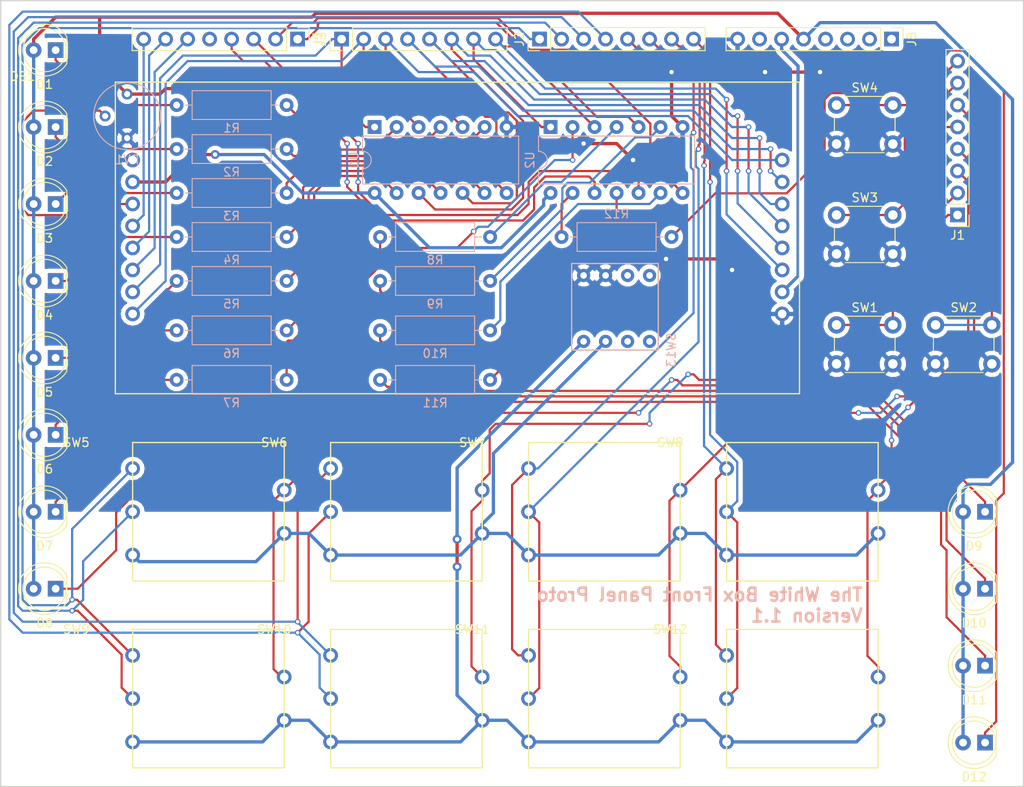
<source format=kicad_pcb>
(kicad_pcb (version 4) (host pcbnew 4.0.6)
  (layers (0 F.Cu signal hide) (31 B.Cu signal hide) (34 B.Paste user) (35 F.Paste user) (36 B.SilkS user) (37 F.SilkS user) (38 B.Mask user) (39 F.Mask user) (44 Edge.Cuts user))
  (net 0 "")
  (net 1 "Net-(D1-Pad1)")
  (net 2 +3V3)
  (net 3 "Net-(D2-Pad1)")
  (net 4 "Net-(D3-Pad1)")
  (net 5 "Net-(D4-Pad1)")
  (net 6 "Net-(D5-Pad1)")
  (net 7 "Net-(D6-Pad1)")
  (net 8 "Net-(D7-Pad1)")
  (net 9 "Net-(D8-Pad1)")
  (net 10 "Net-(D9-Pad1)")
  (net 11 "Net-(D10-Pad1)")
  (net 12 "Net-(D11-Pad1)")
  (net 13 "Net-(D12-Pad1)")
  (net 14 GND)
  (net 15 /3V)
  (net 16 /P3.7)
  (net 17 /P3.6)
  (net 18 /P3.5)
  (net 19 /P3.4)
  (net 20 /P3.3)
  (net 21 /P3.2)
  (net 22 /P3.1)
  (net 23 /P3.0)
  (net 24 /P5.5)
  (net 25 /P5.6)
  (net 26 /P5.7)
  (net 27 "Net-(DS1-Pad3)")
  (net 28 /P1.0)
  (net 29 /P1.1)
  (net 30 /P1.2)
  (net 31 /P1.3)
  (net 32 /P1.4)
  (net 33 /P1.5)
  (net 34 /P1.6)
  (net 35 /P1.7)
  (net 36 /P2.0)
  (net 37 /P2.1)
  (net 38 /P2.2)
  (net 39 /P2.3)
  (net 40 /P2.4)
  (net 41 /P2.5)
  (net 42 /P2.6)
  (net 43 /P2.7)
  (net 44 /SN74_C)
  (net 45 /SN74_D)
  (net 46 /SN74_E)
  (net 47 /SN74_F)
  (net 48 "Net-(J5-Pad5)")
  (net 49 "Net-(J8-Pad7)")
  (net 50 "Net-(R1-Pad2)")
  (net 51 "Net-(R2-Pad2)")
  (net 52 "Net-(R3-Pad2)")
  (net 53 "Net-(R4-Pad2)")
  (net 54 "Net-(R5-Pad2)")
  (net 55 "Net-(R6-Pad2)")
  (net 56 "Net-(R7-Pad2)")
  (net 57 "Net-(R8-Pad2)")
  (net 58 "Net-(R9-Pad2)")
  (net 59 "Net-(R10-Pad2)")
  (net 60 "Net-(R11-Pad2)")
  (net 61 "Net-(R12-Pad2)")
  (net 62 /24d_enc_GND)
  (net 63 /12d_enc_GND)
  (net 64 "Net-(SW13-Pad1)")
  (net 65 "Net-(SW13-Pad2)")
  (net 66 "Net-(SW13-Pad7)")
  (net 67 "Net-(SW13-Pad8)")
  (net 68 "Net-(J8-Pad1)")
  (net 69 "Net-(J8-Pad2)")
  (net 70 "Net-(J8-Pad3)")
  (net 71 "Net-(J8-Pad4)")
  (module "Front Panel Proto:PEC16-with_SW" (layer F.Cu) (at 147.32 100.33)
    (fp_text reference SW7 (at -6.5 -8) (layer F.SilkS))
    (fp_text value Rotary_Encoder_Switch)
    (pad 2 thru_hole oval (at 0 0) (size 1.7 1.7) (drill 1) (layers *.Cu *.Mask) (net 41 /P2.5))
    (pad 1 thru_hole oval (at 0 -5) (size 1.7 1.7) (drill 1) (layers *.Cu *.Mask) (net 40 /P2.4))
    (pad 3 thru_hole oval (at 0 5) (size 1.7 1.7) (drill 1) (layers *.Cu *.Mask) (net 62 /24d_enc_GND))
    (pad 4 thru_hole oval (at 17.5 -2.5) (size 1.7 1.7) (drill 1) (layers *.Cu *.Mask) (net 30 /P1.2))
    (pad 5 thru_hole oval (at 17.5 2.5) (size 1.7 1.7) (drill oval 1) (layers *.Cu *.Mask) (net 62 /24d_enc_GND))
  )
  (module "Front Panel Proto:NHD-0420H1Z-FL-GBW-33V3" (layer F.Cu) (at 101.6 59.69)
    (fp_text reference DS1 (at -12.7 -9.66) (layer F.SilkS))
    (fp_text value LCD-4x20)
    (pad 16 thru_hole oval (at 75 17.78) (size 1.7 1.7) (drill 1) (layers *.Cu *.Mask) (net 14 GND))
    (pad 15 thru_hole oval (at 75 15.24) (size 1.7 1.7) (drill 1) (layers *.Cu *.Mask) (net 15 /3V))
    (pad 14 thru_hole oval (at 75 12.7) (size 1.7 1.7) (drill 1) (layers *.Cu *.Mask) (net 16 /P3.7))
    (pad 13 thru_hole oval (at 75 10.16) (size 1.7 1.7) (drill 1) (layers *.Cu *.Mask) (net 17 /P3.6))
    (pad 12 thru_hole oval (at 75 7.62) (size 1.7 1.7) (drill 1) (layers *.Cu *.Mask) (net 18 /P3.5))
    (pad 11 thru_hole oval (at 75 5.08) (size 1.7 1.7) (drill 1) (layers *.Cu *.Mask) (net 19 /P3.4))
    (pad 10 thru_hole oval (at 75 2.54) (size 1.7 1.7) (drill 1) (layers *.Cu *.Mask) (net 20 /P3.3))
    (pad 9 thru_hole oval (at 75 0) (size 1.7 1.7) (drill 1) (layers *.Cu *.Mask) (net 21 /P3.2))
    (pad 8 thru_hole oval (at 0 17.78) (size 1.7 1.7) (drill 1) (layers *.Cu *.Mask) (net 22 /P3.1))
    (pad 7 thru_hole oval (at 0 15.24) (size 1.7 1.7) (drill 1) (layers *.Cu *.Mask) (net 23 /P3.0))
    (pad 6 thru_hole oval (at 0 12.7) (size 1.7 1.7) (drill 1) (layers *.Cu *.Mask) (net 24 /P5.5))
    (pad 5 thru_hole oval (at 0 10.16) (size 1.7 1.7) (drill 1) (layers *.Cu *.Mask) (net 25 /P5.6))
    (pad 4 thru_hole oval (at 0 7.62) (size 1.7 1.7) (drill 1) (layers *.Cu *.Mask) (net 26 /P5.7))
    (pad 3 thru_hole oval (at 0 5.08) (size 1.7 1.7) (drill 1) (layers *.Cu *.Mask) (net 27 "Net-(DS1-Pad3)"))
    (pad 2 thru_hole oval (at 0 2.54) (size 1.7 1.7) (drill 1) (layers *.Cu *.Mask) (net 2 +3V3))
    (pad 1 thru_hole oval (at 0 0) (size 1.7 1.7) (drill 1) (layers *.Cu *.Mask) (net 14 GND))
  )
  (module Housings_DIP:DIP-14_W7.62mm (layer B.Cu) (at 129.54 55.88 270)
    (fp_text reference U1 (at 3.81 2.39 270) (layer B.SilkS) (effects (justify mirror)))
    (fp_text value SN74LVC14APWR)
    (pad 1 thru_hole rect (at 0 0 270) (size 1.6 1.6) (drill 0.8) (layers *.Cu *.Mask) (net 23 /P3.0))
    (pad 8 thru_hole oval (at 7.62 -15.24 270) (size 1.6 1.6) (drill 0.8) (layers *.Cu *.Mask) (net 20 /P3.3))
    (pad 2 thru_hole oval (at 0 -2.54 270) (size 1.6 1.6) (drill 0.8) (layers *.Cu *.Mask) (net 50 "Net-(R1-Pad2)"))
    (pad 9 thru_hole oval (at 7.62 -12.7 270) (size 1.6 1.6) (drill 0.8) (layers *.Cu *.Mask) (net 53 "Net-(R4-Pad2)"))
    (pad 3 thru_hole oval (at 0 -5.08 270) (size 1.6 1.6) (drill 0.8) (layers *.Cu *.Mask) (net 22 /P3.1))
    (pad 10 thru_hole oval (at 7.62 -10.16 270) (size 1.6 1.6) (drill 0.8) (layers *.Cu *.Mask) (net 19 /P3.4))
    (pad 4 thru_hole oval (at 0 -7.62 270) (size 1.6 1.6) (drill 0.8) (layers *.Cu *.Mask) (net 51 "Net-(R2-Pad2)"))
    (pad 11 thru_hole oval (at 7.62 -7.62 270) (size 1.6 1.6) (drill 0.8) (layers *.Cu *.Mask) (net 54 "Net-(R5-Pad2)"))
    (pad 5 thru_hole oval (at 0 -10.16 270) (size 1.6 1.6) (drill 0.8) (layers *.Cu *.Mask) (net 21 /P3.2))
    (pad 12 thru_hole oval (at 7.62 -5.08 270) (size 1.6 1.6) (drill 0.8) (layers *.Cu *.Mask) (net 18 /P3.5))
    (pad 6 thru_hole oval (at 0 -12.7 270) (size 1.6 1.6) (drill 0.8) (layers *.Cu *.Mask) (net 52 "Net-(R3-Pad2)"))
    (pad 13 thru_hole oval (at 7.62 -2.54 270) (size 1.6 1.6) (drill 0.8) (layers *.Cu *.Mask) (net 55 "Net-(R6-Pad2)"))
    (pad 7 thru_hole oval (at 0 -15.24 270) (size 1.6 1.6) (drill 0.8) (layers *.Cu *.Mask) (net 14 GND))
    (pad 14 thru_hole oval (at 7.62 0 270) (size 1.6 1.6) (drill 0.8) (layers *.Cu *.Mask) (net 2 +3V3))
  )
  (module LEDs:LED_D5.0mm (layer F.Cu) (at 92.71 46.99 180)
    (fp_text reference D1 (at 1.27 -3.96 180) (layer F.SilkS))
    (fp_text value LED)
    (pad 1 thru_hole rect (at 0 0 180) (size 1.8 1.8) (drill 0.9) (layers *.Cu *.Mask) (net 1 "Net-(D1-Pad1)"))
    (pad 2 thru_hole circle (at 2.54 0 180) (size 1.8 1.8) (drill 0.9) (layers *.Cu *.Mask) (net 2 +3V3))
  )
  (module LEDs:LED_D5.0mm (layer F.Cu) (at 92.71 55.88 180)
    (fp_text reference D2 (at 1.27 -3.96 180) (layer F.SilkS))
    (fp_text value LED)
    (pad 1 thru_hole rect (at 0 0 180) (size 1.8 1.8) (drill 0.9) (layers *.Cu *.Mask) (net 3 "Net-(D2-Pad1)"))
    (pad 2 thru_hole circle (at 2.54 0 180) (size 1.8 1.8) (drill 0.9) (layers *.Cu *.Mask) (net 2 +3V3))
  )
  (module LEDs:LED_D5.0mm (layer F.Cu) (at 92.71 64.77 180)
    (fp_text reference D3 (at 1.27 -3.96 180) (layer F.SilkS))
    (fp_text value LED)
    (pad 1 thru_hole rect (at 0 0 180) (size 1.8 1.8) (drill 0.9) (layers *.Cu *.Mask) (net 4 "Net-(D3-Pad1)"))
    (pad 2 thru_hole circle (at 2.54 0 180) (size 1.8 1.8) (drill 0.9) (layers *.Cu *.Mask) (net 2 +3V3))
  )
  (module LEDs:LED_D5.0mm (layer F.Cu) (at 92.71 73.66 180)
    (fp_text reference D4 (at 1.27 -3.96 180) (layer F.SilkS))
    (fp_text value LED)
    (pad 1 thru_hole rect (at 0 0 180) (size 1.8 1.8) (drill 0.9) (layers *.Cu *.Mask) (net 5 "Net-(D4-Pad1)"))
    (pad 2 thru_hole circle (at 2.54 0 180) (size 1.8 1.8) (drill 0.9) (layers *.Cu *.Mask) (net 2 +3V3))
  )
  (module LEDs:LED_D5.0mm (layer F.Cu) (at 92.71 82.55 180)
    (fp_text reference D5 (at 1.27 -3.96 180) (layer F.SilkS))
    (fp_text value LED)
    (pad 1 thru_hole rect (at 0 0 180) (size 1.8 1.8) (drill 0.9) (layers *.Cu *.Mask) (net 6 "Net-(D5-Pad1)"))
    (pad 2 thru_hole circle (at 2.54 0 180) (size 1.8 1.8) (drill 0.9) (layers *.Cu *.Mask) (net 2 +3V3))
  )
  (module LEDs:LED_D5.0mm (layer F.Cu) (at 92.71 91.44 180)
    (fp_text reference D6 (at 1.27 -3.96 180) (layer F.SilkS))
    (fp_text value LED)
    (pad 1 thru_hole rect (at 0 0 180) (size 1.8 1.8) (drill 0.9) (layers *.Cu *.Mask) (net 7 "Net-(D6-Pad1)"))
    (pad 2 thru_hole circle (at 2.54 0 180) (size 1.8 1.8) (drill 0.9) (layers *.Cu *.Mask) (net 2 +3V3))
  )
  (module LEDs:LED_D5.0mm (layer F.Cu) (at 92.71 100.33 180)
    (fp_text reference D7 (at 1.27 -3.96 180) (layer F.SilkS))
    (fp_text value LED)
    (pad 1 thru_hole rect (at 0 0 180) (size 1.8 1.8) (drill 0.9) (layers *.Cu *.Mask) (net 8 "Net-(D7-Pad1)"))
    (pad 2 thru_hole circle (at 2.54 0 180) (size 1.8 1.8) (drill 0.9) (layers *.Cu *.Mask) (net 2 +3V3))
  )
  (module LEDs:LED_D5.0mm (layer F.Cu) (at 92.71 109.22 180)
    (fp_text reference D8 (at 1.27 -3.96 180) (layer F.SilkS))
    (fp_text value LED)
    (pad 1 thru_hole rect (at 0 0 180) (size 1.8 1.8) (drill 0.9) (layers *.Cu *.Mask) (net 9 "Net-(D8-Pad1)"))
    (pad 2 thru_hole circle (at 2.54 0 180) (size 1.8 1.8) (drill 0.9) (layers *.Cu *.Mask) (net 2 +3V3))
  )
  (module LEDs:LED_D5.0mm (layer F.Cu) (at 200.025 100.33 180)
    (fp_text reference D9 (at 1.27 -3.96 180) (layer F.SilkS))
    (fp_text value LED)
    (pad 1 thru_hole rect (at 0 0 180) (size 1.8 1.8) (drill 0.9) (layers *.Cu *.Mask) (net 10 "Net-(D9-Pad1)"))
    (pad 2 thru_hole circle (at 2.54 0 180) (size 1.8 1.8) (drill 0.9) (layers *.Cu *.Mask) (net 2 +3V3))
  )
  (module LEDs:LED_D5.0mm (layer F.Cu) (at 200.025 109.22 180)
    (fp_text reference D10 (at 1.27 -3.96 180) (layer F.SilkS))
    (fp_text value LED)
    (pad 1 thru_hole rect (at 0 0 180) (size 1.8 1.8) (drill 0.9) (layers *.Cu *.Mask) (net 11 "Net-(D10-Pad1)"))
    (pad 2 thru_hole circle (at 2.54 0 180) (size 1.8 1.8) (drill 0.9) (layers *.Cu *.Mask) (net 2 +3V3))
  )
  (module LEDs:LED_D5.0mm (layer F.Cu) (at 200.025 118.11 180)
    (fp_text reference D11 (at 1.27 -3.96 180) (layer F.SilkS))
    (fp_text value LED)
    (pad 1 thru_hole rect (at 0 0 180) (size 1.8 1.8) (drill 0.9) (layers *.Cu *.Mask) (net 12 "Net-(D11-Pad1)"))
    (pad 2 thru_hole circle (at 2.54 0 180) (size 1.8 1.8) (drill 0.9) (layers *.Cu *.Mask) (net 2 +3V3))
  )
  (module LEDs:LED_D5.0mm (layer F.Cu) (at 200.025 127 180)
    (fp_text reference D12 (at 1.27 -3.96 180) (layer F.SilkS))
    (fp_text value LED)
    (pad 1 thru_hole rect (at 0 0 180) (size 1.8 1.8) (drill 0.9) (layers *.Cu *.Mask) (net 13 "Net-(D12-Pad1)"))
    (pad 2 thru_hole circle (at 2.54 0 180) (size 1.8 1.8) (drill 0.9) (layers *.Cu *.Mask) (net 2 +3V3))
  )
  (module Pin_Headers:Pin_Header_Straight_1x08_Pitch2.54mm (layer F.Cu) (at 196.85 66.04 180)
    (fp_text reference J1 (at 0 -2.33 180) (layer F.SilkS))
    (fp_text value CONN_01X08)
    (pad 1 thru_hole rect (at 0 0 180) (size 1.7 1.7) (drill 1) (layers *.Cu *.Mask) (net 28 /P1.0))
    (pad 2 thru_hole oval (at 0 2.54 180) (size 1.7 1.7) (drill 1) (layers *.Cu *.Mask) (net 29 /P1.1))
    (pad 3 thru_hole oval (at 0 5.08 180) (size 1.7 1.7) (drill 1) (layers *.Cu *.Mask) (net 30 /P1.2))
    (pad 4 thru_hole oval (at 0 7.62 180) (size 1.7 1.7) (drill 1) (layers *.Cu *.Mask) (net 31 /P1.3))
    (pad 5 thru_hole oval (at 0 10.16 180) (size 1.7 1.7) (drill 1) (layers *.Cu *.Mask) (net 32 /P1.4))
    (pad 6 thru_hole oval (at 0 12.7 180) (size 1.7 1.7) (drill 1) (layers *.Cu *.Mask) (net 33 /P1.5))
    (pad 7 thru_hole oval (at 0 15.24 180) (size 1.7 1.7) (drill 1) (layers *.Cu *.Mask) (net 34 /P1.6))
    (pad 8 thru_hole oval (at 0 17.78 180) (size 1.7 1.7) (drill 1) (layers *.Cu *.Mask) (net 35 /P1.7))
  )
  (module Pin_Headers:Pin_Header_Straight_1x08_Pitch2.54mm (layer F.Cu) (at 148.59 45.72 90)
    (fp_text reference J2 (at 0 -2.33 90) (layer F.SilkS))
    (fp_text value CONN_01X08)
    (pad 1 thru_hole rect (at 0 0 90) (size 1.7 1.7) (drill 1) (layers *.Cu *.Mask) (net 36 /P2.0))
    (pad 2 thru_hole oval (at 0 2.54 90) (size 1.7 1.7) (drill 1) (layers *.Cu *.Mask) (net 37 /P2.1))
    (pad 3 thru_hole oval (at 0 5.08 90) (size 1.7 1.7) (drill 1) (layers *.Cu *.Mask) (net 38 /P2.2))
    (pad 4 thru_hole oval (at 0 7.62 90) (size 1.7 1.7) (drill 1) (layers *.Cu *.Mask) (net 39 /P2.3))
    (pad 5 thru_hole oval (at 0 10.16 90) (size 1.7 1.7) (drill 1) (layers *.Cu *.Mask) (net 40 /P2.4))
    (pad 6 thru_hole oval (at 0 12.7 90) (size 1.7 1.7) (drill 1) (layers *.Cu *.Mask) (net 41 /P2.5))
    (pad 7 thru_hole oval (at 0 15.24 90) (size 1.7 1.7) (drill 1) (layers *.Cu *.Mask) (net 42 /P2.6))
    (pad 8 thru_hole oval (at 0 17.78 90) (size 1.7 1.7) (drill 1) (layers *.Cu *.Mask) (net 43 /P2.7))
  )
  (module Pin_Headers:Pin_Header_Straight_1x08_Pitch2.54mm (layer F.Cu) (at 125.73 45.72 90)
    (fp_text reference J3 (at 0 -2.33 90) (layer F.SilkS))
    (fp_text value CONN_01X08)
    (pad 1 thru_hole rect (at 0 0 90) (size 1.7 1.7) (drill 1) (layers *.Cu *.Mask) (net 23 /P3.0))
    (pad 2 thru_hole oval (at 0 2.54 90) (size 1.7 1.7) (drill 1) (layers *.Cu *.Mask) (net 22 /P3.1))
    (pad 3 thru_hole oval (at 0 5.08 90) (size 1.7 1.7) (drill 1) (layers *.Cu *.Mask) (net 21 /P3.2))
    (pad 4 thru_hole oval (at 0 7.62 90) (size 1.7 1.7) (drill 1) (layers *.Cu *.Mask) (net 20 /P3.3))
    (pad 5 thru_hole oval (at 0 10.16 90) (size 1.7 1.7) (drill 1) (layers *.Cu *.Mask) (net 19 /P3.4))
    (pad 6 thru_hole oval (at 0 12.7 90) (size 1.7 1.7) (drill 1) (layers *.Cu *.Mask) (net 18 /P3.5))
    (pad 7 thru_hole oval (at 0 15.24 90) (size 1.7 1.7) (drill 1) (layers *.Cu *.Mask) (net 17 /P3.6))
    (pad 8 thru_hole oval (at 0 17.78 90) (size 1.7 1.7) (drill 1) (layers *.Cu *.Mask) (net 16 /P3.7))
  )
  (module Pin_Headers:Pin_Header_Straight_1x08_Pitch2.54mm (layer F.Cu) (at 120.65 45.72 270)
    (fp_text reference J5 (at 0 -2.33 270) (layer F.SilkS))
    (fp_text value CONN_01X08)
    (pad 1 thru_hole rect (at 0 0 270) (size 1.7 1.7) (drill 1) (layers *.Cu *.Mask) (net 44 /SN74_C))
    (pad 2 thru_hole oval (at 0 2.54 270) (size 1.7 1.7) (drill 1) (layers *.Cu *.Mask) (net 45 /SN74_D))
    (pad 3 thru_hole oval (at 0 5.08 270) (size 1.7 1.7) (drill 1) (layers *.Cu *.Mask) (net 46 /SN74_E))
    (pad 4 thru_hole oval (at 0 7.62 270) (size 1.7 1.7) (drill 1) (layers *.Cu *.Mask) (net 47 /SN74_F))
    (pad 5 thru_hole oval (at 0 10.16 270) (size 1.7 1.7) (drill 1) (layers *.Cu *.Mask) (net 48 "Net-(J5-Pad5)"))
    (pad 6 thru_hole oval (at 0 12.7 270) (size 1.7 1.7) (drill 1) (layers *.Cu *.Mask) (net 24 /P5.5))
    (pad 7 thru_hole oval (at 0 15.24 270) (size 1.7 1.7) (drill 1) (layers *.Cu *.Mask) (net 25 /P5.6))
    (pad 8 thru_hole oval (at 0 17.78 270) (size 1.7 1.7) (drill 1) (layers *.Cu *.Mask) (net 26 /P5.7))
  )
  (module Pin_Headers:Pin_Header_Straight_1x08_Pitch2.54mm (layer F.Cu) (at 189.23 45.72 270)
    (fp_text reference J8 (at 0 -2.33 270) (layer F.SilkS))
    (fp_text value CONN_01X08)
    (pad 1 thru_hole rect (at 0 0 270) (size 1.7 1.7) (drill 1) (layers *.Cu *.Mask) (net 68 "Net-(J8-Pad1)"))
    (pad 2 thru_hole oval (at 0 2.54 270) (size 1.7 1.7) (drill 1) (layers *.Cu *.Mask) (net 69 "Net-(J8-Pad2)"))
    (pad 3 thru_hole oval (at 0 5.08 270) (size 1.7 1.7) (drill 1) (layers *.Cu *.Mask) (net 70 "Net-(J8-Pad3)"))
    (pad 4 thru_hole oval (at 0 7.62 270) (size 1.7 1.7) (drill 1) (layers *.Cu *.Mask) (net 71 "Net-(J8-Pad4)"))
    (pad 5 thru_hole oval (at 0 10.16 270) (size 1.7 1.7) (drill 1) (layers *.Cu *.Mask) (net 2 +3V3))
    (pad 6 thru_hole oval (at 0 12.7 270) (size 1.7 1.7) (drill 1) (layers *.Cu *.Mask) (net 15 /3V))
    (pad 7 thru_hole oval (at 0 15.24 270) (size 1.7 1.7) (drill 1) (layers *.Cu *.Mask) (net 49 "Net-(J8-Pad7)"))
    (pad 8 thru_hole oval (at 0 17.78 270) (size 1.7 1.7) (drill 1) (layers *.Cu *.Mask) (net 14 GND))
  )
  (module Resistors_ThroughHole:R_Axial_DIN0309_L9.0mm_D3.2mm_P12.70mm_Horizontal (layer B.Cu) (at 106.68 53.34)
    (fp_text reference R1 (at 6.35 2.66) (layer B.SilkS) (effects (justify mirror)))
    (fp_text value 100)
    (pad 1 thru_hole circle (at 0 0) (size 1.6 1.6) (drill 0.8) (layers *.Cu *.Mask) (net 1 "Net-(D1-Pad1)"))
    (pad 2 thru_hole oval (at 12.7 0) (size 1.6 1.6) (drill 0.8) (layers *.Cu *.Mask) (net 50 "Net-(R1-Pad2)"))
  )
  (module Resistors_ThroughHole:R_Axial_DIN0309_L9.0mm_D3.2mm_P12.70mm_Horizontal (layer B.Cu) (at 106.68 58.42)
    (fp_text reference R2 (at 6.35 2.66) (layer B.SilkS) (effects (justify mirror)))
    (fp_text value 100)
    (pad 1 thru_hole circle (at 0 0) (size 1.6 1.6) (drill 0.8) (layers *.Cu *.Mask) (net 3 "Net-(D2-Pad1)"))
    (pad 2 thru_hole oval (at 12.7 0) (size 1.6 1.6) (drill 0.8) (layers *.Cu *.Mask) (net 51 "Net-(R2-Pad2)"))
  )
  (module Resistors_ThroughHole:R_Axial_DIN0309_L9.0mm_D3.2mm_P12.70mm_Horizontal (layer B.Cu) (at 106.68 63.5)
    (fp_text reference R3 (at 6.35 2.66) (layer B.SilkS) (effects (justify mirror)))
    (fp_text value 100)
    (pad 1 thru_hole circle (at 0 0) (size 1.6 1.6) (drill 0.8) (layers *.Cu *.Mask) (net 4 "Net-(D3-Pad1)"))
    (pad 2 thru_hole oval (at 12.7 0) (size 1.6 1.6) (drill 0.8) (layers *.Cu *.Mask) (net 52 "Net-(R3-Pad2)"))
  )
  (module Resistors_ThroughHole:R_Axial_DIN0309_L9.0mm_D3.2mm_P12.70mm_Horizontal (layer B.Cu) (at 106.68 68.58)
    (fp_text reference R4 (at 6.35 2.66) (layer B.SilkS) (effects (justify mirror)))
    (fp_text value 100)
    (pad 1 thru_hole circle (at 0 0) (size 1.6 1.6) (drill 0.8) (layers *.Cu *.Mask) (net 5 "Net-(D4-Pad1)"))
    (pad 2 thru_hole oval (at 12.7 0) (size 1.6 1.6) (drill 0.8) (layers *.Cu *.Mask) (net 53 "Net-(R4-Pad2)"))
  )
  (module Resistors_ThroughHole:R_Axial_DIN0309_L9.0mm_D3.2mm_P12.70mm_Horizontal (layer B.Cu) (at 106.68 73.66)
    (fp_text reference R5 (at 6.35 2.66) (layer B.SilkS) (effects (justify mirror)))
    (fp_text value 100)
    (pad 1 thru_hole circle (at 0 0) (size 1.6 1.6) (drill 0.8) (layers *.Cu *.Mask) (net 6 "Net-(D5-Pad1)"))
    (pad 2 thru_hole oval (at 12.7 0) (size 1.6 1.6) (drill 0.8) (layers *.Cu *.Mask) (net 54 "Net-(R5-Pad2)"))
  )
  (module Resistors_ThroughHole:R_Axial_DIN0309_L9.0mm_D3.2mm_P12.70mm_Horizontal (layer B.Cu) (at 106.68 79.375)
    (fp_text reference R6 (at 6.35 2.66) (layer B.SilkS) (effects (justify mirror)))
    (fp_text value 100)
    (pad 1 thru_hole circle (at 0 0) (size 1.6 1.6) (drill 0.8) (layers *.Cu *.Mask) (net 7 "Net-(D6-Pad1)"))
    (pad 2 thru_hole oval (at 12.7 0) (size 1.6 1.6) (drill 0.8) (layers *.Cu *.Mask) (net 55 "Net-(R6-Pad2)"))
  )
  (module Resistors_ThroughHole:R_Axial_DIN0309_L9.0mm_D3.2mm_P12.70mm_Horizontal (layer B.Cu) (at 106.68 85.09)
    (fp_text reference R7 (at 6.35 2.66) (layer B.SilkS) (effects (justify mirror)))
    (fp_text value 100)
    (pad 1 thru_hole circle (at 0 0) (size 1.6 1.6) (drill 0.8) (layers *.Cu *.Mask) (net 8 "Net-(D7-Pad1)"))
    (pad 2 thru_hole oval (at 12.7 0) (size 1.6 1.6) (drill 0.8) (layers *.Cu *.Mask) (net 56 "Net-(R7-Pad2)"))
  )
  (module Resistors_ThroughHole:R_Axial_DIN0309_L9.0mm_D3.2mm_P12.70mm_Horizontal (layer B.Cu) (at 130.175 68.58)
    (fp_text reference R8 (at 6.35 2.66) (layer B.SilkS) (effects (justify mirror)))
    (fp_text value 100)
    (pad 1 thru_hole circle (at 0 0) (size 1.6 1.6) (drill 0.8) (layers *.Cu *.Mask) (net 9 "Net-(D8-Pad1)"))
    (pad 2 thru_hole oval (at 12.7 0) (size 1.6 1.6) (drill 0.8) (layers *.Cu *.Mask) (net 57 "Net-(R8-Pad2)"))
  )
  (module Resistors_ThroughHole:R_Axial_DIN0309_L9.0mm_D3.2mm_P12.70mm_Horizontal (layer B.Cu) (at 130.175 73.66)
    (fp_text reference R9 (at 6.35 2.66) (layer B.SilkS) (effects (justify mirror)))
    (fp_text value 100)
    (pad 1 thru_hole circle (at 0 0) (size 1.6 1.6) (drill 0.8) (layers *.Cu *.Mask) (net 10 "Net-(D9-Pad1)"))
    (pad 2 thru_hole oval (at 12.7 0) (size 1.6 1.6) (drill 0.8) (layers *.Cu *.Mask) (net 58 "Net-(R9-Pad2)"))
  )
  (module Resistors_ThroughHole:R_Axial_DIN0309_L9.0mm_D3.2mm_P12.70mm_Horizontal (layer B.Cu) (at 130.175 79.375)
    (fp_text reference R10 (at 6.35 2.66) (layer B.SilkS) (effects (justify mirror)))
    (fp_text value 100)
    (pad 1 thru_hole circle (at 0 0) (size 1.6 1.6) (drill 0.8) (layers *.Cu *.Mask) (net 11 "Net-(D10-Pad1)"))
    (pad 2 thru_hole oval (at 12.7 0) (size 1.6 1.6) (drill 0.8) (layers *.Cu *.Mask) (net 59 "Net-(R10-Pad2)"))
  )
  (module Resistors_ThroughHole:R_Axial_DIN0309_L9.0mm_D3.2mm_P12.70mm_Horizontal (layer B.Cu) (at 130.175 85.09)
    (fp_text reference R11 (at 6.35 2.66) (layer B.SilkS) (effects (justify mirror)))
    (fp_text value 100)
    (pad 1 thru_hole circle (at 0 0) (size 1.6 1.6) (drill 0.8) (layers *.Cu *.Mask) (net 12 "Net-(D11-Pad1)"))
    (pad 2 thru_hole oval (at 12.7 0) (size 1.6 1.6) (drill 0.8) (layers *.Cu *.Mask) (net 60 "Net-(R11-Pad2)"))
  )
  (module Resistors_ThroughHole:R_Axial_DIN0309_L9.0mm_D3.2mm_P12.70mm_Horizontal (layer B.Cu) (at 163.83 68.58 180)
    (fp_text reference R12 (at 6.35 2.66 180) (layer B.SilkS) (effects (justify mirror)))
    (fp_text value 100)
    (pad 1 thru_hole circle (at 0 0 180) (size 1.6 1.6) (drill 0.8) (layers *.Cu *.Mask) (net 13 "Net-(D12-Pad1)"))
    (pad 2 thru_hole oval (at 12.7 0 180) (size 1.6 1.6) (drill 0.8) (layers *.Cu *.Mask) (net 61 "Net-(R12-Pad2)"))
  )
  (module Potentiometers:Potentiometer_Trimmer_Bourns_3339P_Horizontal (layer B.Cu) (at 100.965 52.07)
    (fp_text reference RV1 (at 0 7.6) (layer B.SilkS) (effects (justify mirror)))
    (fp_text value POT_TRIM)
    (pad 3 thru_hole circle (at 0 5.08) (size 1.26 1.26) (drill 0.7) (layers *.Cu *.Mask) (net 14 GND))
    (pad 2 thru_hole circle (at -2.54 2.54) (size 1.26 1.26) (drill 0.7) (layers *.Cu *.Mask) (net 27 "Net-(DS1-Pad3)"))
    (pad 1 thru_hole circle (at 0 0) (size 1.26 1.26) (drill 0.7) (layers *.Cu *.Mask) (net 2 +3V3))
  )
  (module Buttons_Switches_ThroughHole:SW_PUSH_6mm (layer F.Cu) (at 182.88 78.74)
    (fp_text reference SW1 (at 3.25 -2) (layer F.SilkS))
    (fp_text value SW_Push)
    (pad 2 thru_hole circle (at 0 4.5 90) (size 2 2) (drill 1.1) (layers *.Cu *.Mask) (net 14 GND))
    (pad 1 thru_hole circle (at 0 0 90) (size 2 2) (drill 1.1) (layers *.Cu *.Mask) (net 32 /P1.4))
    (pad 2 thru_hole circle (at 6.5 4.5 90) (size 2 2) (drill 1.1) (layers *.Cu *.Mask) (net 14 GND))
    (pad 1 thru_hole circle (at 6.5 0 90) (size 2 2) (drill 1.1) (layers *.Cu *.Mask) (net 32 /P1.4))
  )
  (module Buttons_Switches_ThroughHole:SW_PUSH_6mm (layer F.Cu) (at 194.31 78.74)
    (fp_text reference SW2 (at 3.25 -2) (layer F.SilkS))
    (fp_text value SW_Push)
    (pad 2 thru_hole circle (at 0 4.5 90) (size 2 2) (drill 1.1) (layers *.Cu *.Mask) (net 14 GND))
    (pad 1 thru_hole circle (at 0 0 90) (size 2 2) (drill 1.1) (layers *.Cu *.Mask) (net 33 /P1.5))
    (pad 2 thru_hole circle (at 6.5 4.5 90) (size 2 2) (drill 1.1) (layers *.Cu *.Mask) (net 14 GND))
    (pad 1 thru_hole circle (at 6.5 0 90) (size 2 2) (drill 1.1) (layers *.Cu *.Mask) (net 33 /P1.5))
  )
  (module Buttons_Switches_ThroughHole:SW_PUSH_6mm (layer F.Cu) (at 182.88 66.04)
    (fp_text reference SW3 (at 3.25 -2) (layer F.SilkS))
    (fp_text value SW_Push)
    (pad 2 thru_hole circle (at 0 4.5 90) (size 2 2) (drill 1.1) (layers *.Cu *.Mask) (net 14 GND))
    (pad 1 thru_hole circle (at 0 0 90) (size 2 2) (drill 1.1) (layers *.Cu *.Mask) (net 34 /P1.6))
    (pad 2 thru_hole circle (at 6.5 4.5 90) (size 2 2) (drill 1.1) (layers *.Cu *.Mask) (net 14 GND))
    (pad 1 thru_hole circle (at 6.5 0 90) (size 2 2) (drill 1.1) (layers *.Cu *.Mask) (net 34 /P1.6))
  )
  (module Buttons_Switches_ThroughHole:SW_PUSH_6mm (layer F.Cu) (at 182.88 53.34)
    (fp_text reference SW4 (at 3.25 -2) (layer F.SilkS))
    (fp_text value SW_Push)
    (pad 2 thru_hole circle (at 0 4.5 90) (size 2 2) (drill 1.1) (layers *.Cu *.Mask) (net 14 GND))
    (pad 1 thru_hole circle (at 0 0 90) (size 2 2) (drill 1.1) (layers *.Cu *.Mask) (net 35 /P1.7))
    (pad 2 thru_hole circle (at 6.5 4.5 90) (size 2 2) (drill 1.1) (layers *.Cu *.Mask) (net 14 GND))
    (pad 1 thru_hole circle (at 6.5 0 90) (size 2 2) (drill 1.1) (layers *.Cu *.Mask) (net 35 /P1.7))
  )
  (module "Front Panel Proto:PEC16-with_SW" (layer F.Cu) (at 101.6 100.33)
    (fp_text reference SW5 (at -6.5 -8) (layer F.SilkS))
    (fp_text value Rotary_Encoder_Switch)
    (pad 2 thru_hole oval (at 0 0) (size 1.7 1.7) (drill 1) (layers *.Cu *.Mask) (net 37 /P2.1))
    (pad 1 thru_hole oval (at 0 -5) (size 1.7 1.7) (drill 1) (layers *.Cu *.Mask) (net 36 /P2.0))
    (pad 3 thru_hole oval (at 0 5) (size 1.7 1.7) (drill 1) (layers *.Cu *.Mask) (net 62 /24d_enc_GND))
    (pad 4 thru_hole oval (at 17.5 -2.5) (size 1.7 1.7) (drill 1) (layers *.Cu *.Mask) (net 28 /P1.0))
    (pad 5 thru_hole oval (at 17.5 2.5) (size 1.7 1.7) (drill oval 1) (layers *.Cu *.Mask) (net 62 /24d_enc_GND))
  )
  (module "Front Panel Proto:PEC16-with_SW" (layer F.Cu) (at 124.46 100.33)
    (fp_text reference SW6 (at -6.5 -8) (layer F.SilkS))
    (fp_text value Rotary_Encoder_Switch)
    (pad 2 thru_hole oval (at 0 0) (size 1.7 1.7) (drill 1) (layers *.Cu *.Mask) (net 39 /P2.3))
    (pad 1 thru_hole oval (at 0 -5) (size 1.7 1.7) (drill 1) (layers *.Cu *.Mask) (net 38 /P2.2))
    (pad 3 thru_hole oval (at 0 5) (size 1.7 1.7) (drill 1) (layers *.Cu *.Mask) (net 62 /24d_enc_GND))
    (pad 4 thru_hole oval (at 17.5 -2.5) (size 1.7 1.7) (drill 1) (layers *.Cu *.Mask) (net 29 /P1.1))
    (pad 5 thru_hole oval (at 17.5 2.5) (size 1.7 1.7) (drill oval 1) (layers *.Cu *.Mask) (net 62 /24d_enc_GND))
  )
  (module "Front Panel Proto:PEC16-with_SW" (layer F.Cu) (at 170.18 100.33)
    (fp_text reference SW8 (at -6.5 -8) (layer F.SilkS))
    (fp_text value Rotary_Encoder_Switch)
    (pad 2 thru_hole oval (at 0 0) (size 1.7 1.7) (drill 1) (layers *.Cu *.Mask) (net 43 /P2.7))
    (pad 1 thru_hole oval (at 0 -5) (size 1.7 1.7) (drill 1) (layers *.Cu *.Mask) (net 42 /P2.6))
    (pad 3 thru_hole oval (at 0 5) (size 1.7 1.7) (drill 1) (layers *.Cu *.Mask) (net 62 /24d_enc_GND))
    (pad 4 thru_hole oval (at 17.5 -2.5) (size 1.7 1.7) (drill 1) (layers *.Cu *.Mask) (net 31 /P1.3))
    (pad 5 thru_hole oval (at 17.5 2.5) (size 1.7 1.7) (drill oval 1) (layers *.Cu *.Mask) (net 62 /24d_enc_GND))
  )
  (module "Front Panel Proto:PEC16-with_SW" (layer F.Cu) (at 101.6 121.92)
    (fp_text reference SW9 (at -6.5 -8) (layer F.SilkS))
    (fp_text value Rotary_Encoder_Switch)
    (pad 2 thru_hole oval (at 0 0) (size 1.7 1.7) (drill 1) (layers *.Cu *.Mask) (net 37 /P2.1))
    (pad 1 thru_hole oval (at 0 -5) (size 1.7 1.7) (drill 1) (layers *.Cu *.Mask) (net 36 /P2.0))
    (pad 3 thru_hole oval (at 0 5) (size 1.7 1.7) (drill 1) (layers *.Cu *.Mask) (net 63 /12d_enc_GND))
    (pad 4 thru_hole oval (at 17.5 -2.5) (size 1.7 1.7) (drill 1) (layers *.Cu *.Mask) (net 28 /P1.0))
    (pad 5 thru_hole oval (at 17.5 2.5) (size 1.7 1.7) (drill oval 1) (layers *.Cu *.Mask) (net 63 /12d_enc_GND))
  )
  (module "Front Panel Proto:PEC16-with_SW" (layer F.Cu) (at 124.46 121.92)
    (fp_text reference SW10 (at -6.5 -8) (layer F.SilkS))
    (fp_text value Rotary_Encoder_Switch)
    (pad 2 thru_hole oval (at 0 0) (size 1.7 1.7) (drill 1) (layers *.Cu *.Mask) (net 39 /P2.3))
    (pad 1 thru_hole oval (at 0 -5) (size 1.7 1.7) (drill 1) (layers *.Cu *.Mask) (net 38 /P2.2))
    (pad 3 thru_hole oval (at 0 5) (size 1.7 1.7) (drill 1) (layers *.Cu *.Mask) (net 63 /12d_enc_GND))
    (pad 4 thru_hole oval (at 17.5 -2.5) (size 1.7 1.7) (drill 1) (layers *.Cu *.Mask) (net 29 /P1.1))
    (pad 5 thru_hole oval (at 17.5 2.5) (size 1.7 1.7) (drill oval 1) (layers *.Cu *.Mask) (net 63 /12d_enc_GND))
  )
  (module "Front Panel Proto:PEC16-with_SW" (layer F.Cu) (at 147.32 121.92)
    (fp_text reference SW11 (at -6.5 -8) (layer F.SilkS))
    (fp_text value Rotary_Encoder_Switch)
    (pad 2 thru_hole oval (at 0 0) (size 1.7 1.7) (drill 1) (layers *.Cu *.Mask) (net 41 /P2.5))
    (pad 1 thru_hole oval (at 0 -5) (size 1.7 1.7) (drill 1) (layers *.Cu *.Mask) (net 40 /P2.4))
    (pad 3 thru_hole oval (at 0 5) (size 1.7 1.7) (drill 1) (layers *.Cu *.Mask) (net 63 /12d_enc_GND))
    (pad 4 thru_hole oval (at 17.5 -2.5) (size 1.7 1.7) (drill 1) (layers *.Cu *.Mask) (net 30 /P1.2))
    (pad 5 thru_hole oval (at 17.5 2.5) (size 1.7 1.7) (drill oval 1) (layers *.Cu *.Mask) (net 63 /12d_enc_GND))
  )
  (module "Front Panel Proto:PEC16-with_SW" (layer F.Cu) (at 170.18 121.92)
    (fp_text reference SW12 (at -6.5 -8) (layer F.SilkS))
    (fp_text value Rotary_Encoder_Switch)
    (pad 2 thru_hole oval (at 0 0) (size 1.7 1.7) (drill 1) (layers *.Cu *.Mask) (net 43 /P2.7))
    (pad 1 thru_hole oval (at 0 -5) (size 1.7 1.7) (drill 1) (layers *.Cu *.Mask) (net 42 /P2.6))
    (pad 3 thru_hole oval (at 0 5) (size 1.7 1.7) (drill 1) (layers *.Cu *.Mask) (net 63 /12d_enc_GND))
    (pad 4 thru_hole oval (at 17.5 -2.5) (size 1.7 1.7) (drill 1) (layers *.Cu *.Mask) (net 31 /P1.3))
    (pad 5 thru_hole oval (at 17.5 2.5) (size 1.7 1.7) (drill oval 1) (layers *.Cu *.Mask) (net 63 /12d_enc_GND))
  )
  (module "Front Panel Proto:C&K-BD04" (layer B.Cu) (at 161.29 80.645 90)
    (fp_text reference SW13 (at -1 2.5 90) (layer B.SilkS) (effects (justify mirror)))
    (fp_text value SW_DIP_x04)
    (pad 1 thru_hole circle (at 0 0 90) (size 1.524 1.524) (drill 0.762) (layers *.Cu *.Mask) (net 64 "Net-(SW13-Pad1)"))
    (pad 2 thru_hole circle (at 0 -2.54 90) (size 1.524 1.524) (drill 0.762) (layers *.Cu *.Mask) (net 65 "Net-(SW13-Pad2)"))
    (pad 3 thru_hole circle (at 0 -5.08 90) (size 1.524 1.524) (drill 0.762) (layers *.Cu *.Mask) (net 62 /24d_enc_GND))
    (pad 4 thru_hole circle (at 0 -7.62 90) (size 1.524 1.524) (drill 0.762) (layers *.Cu *.Mask) (net 63 /12d_enc_GND))
    (pad 5 thru_hole circle (at 7.62 -7.62 90) (size 1.524 1.524) (drill 0.762) (layers *.Cu *.Mask) (net 14 GND))
    (pad 6 thru_hole circle (at 7.62 -5.08 90) (size 1.524 1.524) (drill 0.762) (layers *.Cu *.Mask) (net 14 GND))
    (pad 7 thru_hole circle (at 7.62 -2.54 90) (size 1.524 1.524) (drill 0.762) (layers *.Cu *.Mask) (net 66 "Net-(SW13-Pad7)"))
    (pad 8 thru_hole circle (at 7.62 0 90) (size 1.524 1.524) (drill 0.762) (layers *.Cu *.Mask) (net 67 "Net-(SW13-Pad8)"))
  )
  (module Housings_DIP:DIP-14_W7.62mm (layer B.Cu) (at 149.86 55.88 270)
    (fp_text reference U2 (at 3.81 2.39 270) (layer B.SilkS) (effects (justify mirror)))
    (fp_text value SN74LVC14APWR)
    (pad 1 thru_hole rect (at 0 0 270) (size 1.6 1.6) (drill 0.8) (layers *.Cu *.Mask) (net 17 /P3.6))
    (pad 8 thru_hole oval (at 7.62 -15.24 270) (size 1.6 1.6) (drill 0.8) (layers *.Cu *.Mask) (net 45 /SN74_D))
    (pad 2 thru_hole oval (at 0 -2.54 270) (size 1.6 1.6) (drill 0.8) (layers *.Cu *.Mask) (net 56 "Net-(R7-Pad2)"))
    (pad 9 thru_hole oval (at 7.62 -12.7 270) (size 1.6 1.6) (drill 0.8) (layers *.Cu *.Mask) (net 59 "Net-(R10-Pad2)"))
    (pad 3 thru_hole oval (at 0 -5.08 270) (size 1.6 1.6) (drill 0.8) (layers *.Cu *.Mask) (net 16 /P3.7))
    (pad 10 thru_hole oval (at 7.62 -10.16 270) (size 1.6 1.6) (drill 0.8) (layers *.Cu *.Mask) (net 46 /SN74_E))
    (pad 4 thru_hole oval (at 0 -7.62 270) (size 1.6 1.6) (drill 0.8) (layers *.Cu *.Mask) (net 57 "Net-(R8-Pad2)"))
    (pad 11 thru_hole oval (at 7.62 -7.62 270) (size 1.6 1.6) (drill 0.8) (layers *.Cu *.Mask) (net 60 "Net-(R11-Pad2)"))
    (pad 5 thru_hole oval (at 0 -10.16 270) (size 1.6 1.6) (drill 0.8) (layers *.Cu *.Mask) (net 44 /SN74_C))
    (pad 12 thru_hole oval (at 7.62 -5.08 270) (size 1.6 1.6) (drill 0.8) (layers *.Cu *.Mask) (net 47 /SN74_F))
    (pad 6 thru_hole oval (at 0 -12.7 270) (size 1.6 1.6) (drill 0.8) (layers *.Cu *.Mask) (net 58 "Net-(R9-Pad2)"))
    (pad 13 thru_hole oval (at 7.62 -2.54 270) (size 1.6 1.6) (drill 0.8) (layers *.Cu *.Mask) (net 61 "Net-(R12-Pad2)"))
    (pad 7 thru_hole oval (at 0 -15.24 270) (size 1.6 1.6) (drill 0.8) (layers *.Cu *.Mask) (net 14 GND))
    (pad 14 thru_hole oval (at 7.62 0 270) (size 1.6 1.6) (drill 0.8) (layers *.Cu *.Mask) (net 2 +3V3))
  )
  (gr_text "The White Box Front Panel Proto\nVersion 1.1" (at 186.055 111.125) (layer B.SilkS) (effects (font (size 1.5 1.5) (thickness 0.3)) (justify left mirror)))
  (gr_line (start 86.36 132.08) (end 86.36 41.275) (layer Edge.Cuts) (width 0.15))
  (gr_line (start 204.47 132.08) (end 86.36 132.08) (layer Edge.Cuts) (width 0.15))
  (gr_line (start 204.47 41.275) (end 204.47 132.08) (layer Edge.Cuts) (width 0.15))
  (gr_line (start 86.36 41.275) (end 204.47 41.275) (layer Edge.Cuts) (width 0.15))
  (segment (start 106.68 53.34) (end 97.906 53.34) (width 0.254) (layer F.Cu) (net 1))
  (segment (start 97.906 53.34) (end 92.71 48.144) (width 0.254) (layer F.Cu) (net 1))
  (segment (start 92.71 48.144) (end 92.71 46.99) (width 0.254) (layer F.Cu) (net 1))
  (segment (start 178.220001 44.870001) (end 179.07 45.72) (width 0.381) (layer F.Cu) (net 2))
  (segment (start 176.08548 42.73548) (end 178.220001 44.870001) (width 0.381) (layer F.Cu) (net 2))
  (segment (start 97.79 43.18) (end 122.298326 43.18) (width 0.381) (layer F.Cu) (net 2))
  (segment (start 122.298326 43.18) (end 122.742847 42.735479) (width 0.381) (layer F.Cu) (net 2))
  (segment (start 122.742847 42.735479) (end 176.08548 42.73548) (width 0.381) (layer F.Cu) (net 2))
  (segment (start 100.965 52.07) (end 97.79 48.895) (width 0.381) (layer F.Cu) (net 2))
  (segment (start 97.79 48.895) (end 97.79 43.815) (width 0.381) (layer F.Cu) (net 2))
  (segment (start 97.79 43.815) (end 97.79 43.18) (width 0.381) (layer F.Cu) (net 2))
  (segment (start 105.41 51.435) (end 104.775 52.07) (width 0.381) (layer F.Cu) (net 2))
  (segment (start 104.775 52.07) (end 100.965 52.07) (width 0.381) (layer F.Cu) (net 2))
  (segment (start 107.315 51.435) (end 105.41 51.435) (width 0.381) (layer F.Cu) (net 2))
  (segment (start 108.585 52.705) (end 107.315 51.435) (width 0.381) (layer F.Cu) (net 2))
  (segment (start 108.585 59.055) (end 108.585 52.705) (width 0.381) (layer F.Cu) (net 2))
  (segment (start 101.6 62.23) (end 105.41 62.23) (width 0.381) (layer F.Cu) (net 2))
  (segment (start 105.41 62.23) (end 108.585 59.055) (width 0.381) (layer F.Cu) (net 2))
  (segment (start 108.585 59.055) (end 111.125 59.055) (width 0.381) (layer F.Cu) (net 2))
  (segment (start 129.54 63.5) (end 121.221862 63.5) (width 0.381) (layer B.Cu) (net 2))
  (segment (start 121.221862 63.5) (end 116.776862 59.055) (width 0.381) (layer B.Cu) (net 2))
  (segment (start 116.776862 59.055) (end 111.125 59.055) (width 0.381) (layer B.Cu) (net 2))
  (via (at 111.125 59.055) (size 1.016) (drill 0.508) (layers F.Cu B.Cu) (net 2))
  (segment (start 179.07 45.72) (end 180.975 43.815) (width 0.381) (layer B.Cu) (net 2))
  (segment (start 180.975 43.815) (end 194.320862 43.815) (width 0.381) (layer B.Cu) (net 2))
  (segment (start 198.12 97.155) (end 197.485 97.79) (width 0.381) (layer B.Cu) (net 2))
  (segment (start 197.485 97.79) (end 197.485 100.33) (width 0.381) (layer B.Cu) (net 2))
  (segment (start 194.320862 43.815) (end 203.2 52.694138) (width 0.381) (layer B.Cu) (net 2))
  (segment (start 203.2 52.694138) (end 203.2 94.615) (width 0.381) (layer B.Cu) (net 2))
  (segment (start 203.2 94.615) (end 200.66 97.155) (width 0.381) (layer B.Cu) (net 2))
  (segment (start 200.66 97.155) (end 198.12 97.155) (width 0.381) (layer B.Cu) (net 2))
  (segment (start 92.71 43.18) (end 97.79 43.18) (width 0.381) (layer F.Cu) (net 2))
  (segment (start 90.17 46.99) (end 90.17 45.72) (width 0.381) (layer F.Cu) (net 2))
  (segment (start 90.17 45.72) (end 92.71 43.18) (width 0.381) (layer F.Cu) (net 2))
  (segment (start 197.485 118.11) (end 197.485 127) (width 0.381) (layer B.Cu) (net 2))
  (segment (start 197.485 109.22) (end 197.485 118.11) (width 0.381) (layer B.Cu) (net 2))
  (segment (start 197.485 100.33) (end 197.485 109.22) (width 0.381) (layer B.Cu) (net 2))
  (segment (start 90.17 100.33) (end 90.17 109.22) (width 0.381) (layer B.Cu) (net 2))
  (segment (start 90.17 91.44) (end 90.17 100.33) (width 0.381) (layer B.Cu) (net 2))
  (segment (start 90.17 82.55) (end 90.17 91.44) (width 0.381) (layer B.Cu) (net 2))
  (segment (start 90.17 73.66) (end 90.17 82.55) (width 0.381) (layer B.Cu) (net 2))
  (segment (start 90.17 64.77) (end 90.17 73.66) (width 0.381) (layer B.Cu) (net 2))
  (segment (start 90.17 55.88) (end 90.17 64.77) (width 0.381) (layer B.Cu) (net 2))
  (segment (start 90.17 46.99) (end 90.17 55.88) (width 0.381) (layer B.Cu) (net 2))
  (segment (start 149.060001 64.934999) (end 144.170499 69.824501) (width 0.381) (layer B.Cu) (net 2))
  (segment (start 144.170499 69.824501) (end 135.864501 69.824501) (width 0.381) (layer B.Cu) (net 2))
  (segment (start 135.864501 69.824501) (end 130.339999 64.299999) (width 0.381) (layer B.Cu) (net 2))
  (segment (start 130.339999 64.299999) (end 129.54 63.5) (width 0.381) (layer B.Cu) (net 2))
  (segment (start 149.86 63.5) (end 149.060001 64.299999) (width 0.381) (layer B.Cu) (net 2))
  (segment (start 149.060001 64.299999) (end 149.060001 64.934999) (width 0.381) (layer B.Cu) (net 2))
  (segment (start 106.68 58.42) (end 94.096 58.42) (width 0.254) (layer F.Cu) (net 3))
  (segment (start 94.096 58.42) (end 92.71 57.034) (width 0.254) (layer F.Cu) (net 3))
  (segment (start 92.71 57.034) (end 92.71 55.88) (width 0.254) (layer F.Cu) (net 3))
  (segment (start 93.98 63.5) (end 92.71 64.77) (width 0.254) (layer F.Cu) (net 4))
  (segment (start 106.68 63.5) (end 93.98 63.5) (width 0.254) (layer F.Cu) (net 4))
  (segment (start 99.06 68.58) (end 93.98 73.66) (width 0.254) (layer F.Cu) (net 5))
  (segment (start 93.98 73.66) (end 93.864 73.66) (width 0.254) (layer F.Cu) (net 5))
  (segment (start 106.68 68.58) (end 99.06 68.58) (width 0.254) (layer F.Cu) (net 5))
  (segment (start 106.68 68.58) (end 105.54863 68.58) (width 0.254) (layer F.Cu) (net 5))
  (segment (start 93.864 73.66) (end 92.71 73.66) (width 0.254) (layer F.Cu) (net 5))
  (segment (start 92.71 82.55) (end 99.06 82.55) (width 0.254) (layer F.Cu) (net 6))
  (segment (start 99.06 82.55) (end 105.41 76.2) (width 0.254) (layer F.Cu) (net 6))
  (segment (start 105.880001 74.459999) (end 106.68 73.66) (width 0.254) (layer F.Cu) (net 6))
  (segment (start 105.41 76.2) (end 105.41 74.93) (width 0.254) (layer F.Cu) (net 6))
  (segment (start 105.41 74.93) (end 105.880001 74.459999) (width 0.254) (layer F.Cu) (net 6))
  (segment (start 106.68 79.375) (end 103.621 79.375) (width 0.254) (layer F.Cu) (net 7))
  (segment (start 103.621 79.375) (end 92.71 90.286) (width 0.254) (layer F.Cu) (net 7))
  (segment (start 92.71 90.286) (end 92.71 91.44) (width 0.254) (layer F.Cu) (net 7))
  (segment (start 94.615 89.535) (end 94.615 97.271) (width 0.254) (layer F.Cu) (net 8))
  (segment (start 94.615 97.271) (end 92.71 99.176) (width 0.254) (layer F.Cu) (net 8))
  (segment (start 92.71 99.176) (end 92.71 100.33) (width 0.254) (layer F.Cu) (net 8))
  (segment (start 99.06 85.09) (end 94.615 89.535) (width 0.254) (layer F.Cu) (net 8))
  (segment (start 106.68 85.09) (end 99.06 85.09) (width 0.254) (layer F.Cu) (net 8))
  (segment (start 92.71 109.22) (end 95.25 109.22) (width 0.254) (layer F.Cu) (net 9))
  (segment (start 95.25 109.22) (end 99.695 104.775) (width 0.254) (layer F.Cu) (net 9))
  (segment (start 99.695 104.775) (end 99.695 100.413118) (width 0.254) (layer F.Cu) (net 9))
  (segment (start 99.695 100.413118) (end 119.552117 80.556001) (width 0.254) (layer F.Cu) (net 9))
  (segment (start 119.552117 80.556001) (end 120.103999 80.556001) (width 0.254) (layer F.Cu) (net 9))
  (segment (start 120.103999 80.556001) (end 130.175 70.485) (width 0.254) (layer F.Cu) (net 9))
  (segment (start 130.175 70.485) (end 130.175 68.58) (width 0.254) (layer F.Cu) (net 9))
  (segment (start 141.74363 86.36) (end 187.209 86.36) (width 0.254) (layer F.Cu) (net 10))
  (segment (start 187.209 86.36) (end 200.025 99.176) (width 0.254) (layer F.Cu) (net 10))
  (segment (start 200.025 99.176) (end 200.025 100.33) (width 0.254) (layer F.Cu) (net 10))
  (segment (start 130.175 73.66) (end 130.175 74.79137) (width 0.254) (layer F.Cu) (net 10))
  (segment (start 130.175 74.79137) (end 141.74363 86.36) (width 0.254) (layer F.Cu) (net 10))
  (segment (start 195.58 95.885) (end 195.58 103.621) (width 0.254) (layer F.Cu) (net 11))
  (segment (start 195.58 103.621) (end 200.025 108.066) (width 0.254) (layer F.Cu) (net 11))
  (segment (start 200.025 108.066) (end 200.025 109.22) (width 0.254) (layer F.Cu) (net 11))
  (segment (start 186.69 86.995) (end 195.58 95.885) (width 0.254) (layer F.Cu) (net 11))
  (segment (start 136.66363 86.995) (end 186.69 86.995) (width 0.254) (layer F.Cu) (net 11))
  (segment (start 130.175 79.375) (end 130.175 80.50637) (width 0.254) (layer F.Cu) (net 11))
  (segment (start 130.175 80.50637) (end 136.66363 86.995) (width 0.254) (layer F.Cu) (net 11))
  (segment (start 195.58 104.775) (end 195.58 112.511) (width 0.254) (layer F.Cu) (net 12))
  (segment (start 195.58 112.511) (end 200.025 116.956) (width 0.254) (layer F.Cu) (net 12))
  (segment (start 200.025 116.956) (end 200.025 118.11) (width 0.254) (layer F.Cu) (net 12))
  (segment (start 130.175 85.09) (end 130.974999 85.889999) (width 0.254) (layer F.Cu) (net 12))
  (segment (start 130.974999 85.889999) (end 134.784999 85.889999) (width 0.254) (layer F.Cu) (net 12))
  (segment (start 186.055 87.63) (end 194.945 96.52) (width 0.254) (layer F.Cu) (net 12))
  (segment (start 134.784999 85.889999) (end 136.525 87.63) (width 0.254) (layer F.Cu) (net 12))
  (segment (start 136.525 87.63) (end 186.055 87.63) (width 0.254) (layer F.Cu) (net 12))
  (segment (start 194.945 96.52) (end 194.945 104.14) (width 0.254) (layer F.Cu) (net 12))
  (segment (start 194.945 104.14) (end 195.58 104.775) (width 0.254) (layer F.Cu) (net 12))
  (segment (start 200.025 127) (end 200.025 125.846) (width 0.254) (layer F.Cu) (net 13))
  (segment (start 168.871001 63.538999) (end 164.629999 67.780001) (width 0.254) (layer F.Cu) (net 13))
  (segment (start 164.629999 67.780001) (end 163.83 68.58) (width 0.254) (layer F.Cu) (net 13))
  (segment (start 200.025 125.846) (end 201.306001 124.564999) (width 0.254) (layer F.Cu) (net 13))
  (segment (start 201.306001 124.564999) (end 201.306001 99.071001) (width 0.254) (layer F.Cu) (net 13))
  (segment (start 201.306001 99.071001) (end 202.191001 98.186001) (width 0.254) (layer F.Cu) (net 13))
  (segment (start 202.191001 98.186001) (end 202.191001 51.696001) (width 0.254) (layer F.Cu) (net 13))
  (segment (start 191.647119 47.028999) (end 186.717119 51.958999) (width 0.254) (layer F.Cu) (net 13))
  (segment (start 182.217119 51.958999) (end 181.498999 52.677119) (width 0.254) (layer F.Cu) (net 13))
  (segment (start 202.191001 51.696001) (end 197.523999 47.028999) (width 0.254) (layer F.Cu) (net 13))
  (segment (start 197.523999 47.028999) (end 191.647119 47.028999) (width 0.254) (layer F.Cu) (net 13))
  (segment (start 186.717119 51.958999) (end 182.217119 51.958999) (width 0.254) (layer F.Cu) (net 13))
  (segment (start 181.498999 52.677119) (end 181.498999 59.152883) (width 0.254) (layer F.Cu) (net 13))
  (segment (start 181.498999 59.152883) (end 177.112883 63.538999) (width 0.254) (layer F.Cu) (net 13))
  (segment (start 177.112883 63.538999) (end 168.871001 63.538999) (width 0.254) (layer F.Cu) (net 13))
  (segment (start 144.78 55.88) (end 144.78 57.15) (width 0.381) (layer B.Cu) (net 14))
  (segment (start 144.78 57.15) (end 146.05 58.42) (width 0.381) (layer B.Cu) (net 14))
  (segment (start 146.05 58.42) (end 151.765 58.42) (width 0.381) (layer B.Cu) (net 14))
  (segment (start 151.765 58.42) (end 152.4 57.785) (width 0.381) (layer B.Cu) (net 14))
  (segment (start 152.4 57.785) (end 153.67 57.785) (width 0.381) (layer B.Cu) (net 14))
  (segment (start 153.67 57.785) (end 157.48 57.785) (width 0.381) (layer F.Cu) (net 14))
  (via (at 159.385 59.69) (size 1.016) (drill 0.508) (layers F.Cu B.Cu) (net 14))
  (segment (start 157.48 57.785) (end 159.385 59.69) (width 0.381) (layer F.Cu) (net 14))
  (via (at 153.67 57.785) (size 1.016) (drill 0.508) (layers F.Cu B.Cu) (net 14))
  (segment (start 169.545 71.12) (end 170.815 72.39) (width 0.381) (layer F.Cu) (net 14))
  (via (at 170.815 72.39) (size 1.016) (drill 0.508) (layers F.Cu B.Cu) (net 14))
  (segment (start 163.195 71.12) (end 169.545 71.12) (width 0.381) (layer F.Cu) (net 14))
  (segment (start 156.971999 71.628001) (end 157.48 71.12) (width 0.381) (layer B.Cu) (net 14))
  (segment (start 157.48 71.12) (end 163.195 71.12) (width 0.381) (layer B.Cu) (net 14))
  (via (at 163.195 71.12) (size 1.016) (drill 0.508) (layers F.Cu B.Cu) (net 14))
  (segment (start 156.21 73.025) (end 156.971999 72.263001) (width 0.381) (layer B.Cu) (net 14))
  (segment (start 156.971999 72.263001) (end 156.971999 71.628001) (width 0.381) (layer B.Cu) (net 14))
  (segment (start 174.625 49.53) (end 180.975 49.53) (width 0.381) (layer F.Cu) (net 14))
  (via (at 180.975 49.53) (size 1.016) (drill 0.508) (layers F.Cu B.Cu) (net 14))
  (segment (start 172.72 49.53) (end 174.625 49.53) (width 0.381) (layer B.Cu) (net 14))
  (via (at 174.625 49.53) (size 1.016) (drill 0.508) (layers F.Cu B.Cu) (net 14))
  (segment (start 171.45 48.26) (end 172.72 49.53) (width 0.381) (layer B.Cu) (net 14))
  (segment (start 171.45 45.72) (end 171.45 48.26) (width 0.381) (layer B.Cu) (net 14))
  (segment (start 163.83 54.61) (end 163.83 49.53) (width 0.381) (layer F.Cu) (net 14))
  (via (at 163.83 49.53) (size 1.016) (drill 0.508) (layers F.Cu B.Cu) (net 14))
  (segment (start 165.1 55.88) (end 163.83 54.61) (width 0.381) (layer F.Cu) (net 14))
  (segment (start 178.435 48.827081) (end 178.435 73.095) (width 0.381) (layer B.Cu) (net 15))
  (segment (start 178.435 73.095) (end 176.6 74.93) (width 0.381) (layer B.Cu) (net 15))
  (segment (start 176.53 45.72) (end 176.53 46.922081) (width 0.381) (layer B.Cu) (net 15))
  (segment (start 176.53 46.922081) (end 178.435 48.827081) (width 0.381) (layer B.Cu) (net 15))
  (segment (start 149.225 51.435) (end 143.51 45.72) (width 0.254) (layer B.Cu) (net 16))
  (segment (start 168.91 51.435) (end 149.225 51.435) (width 0.254) (layer B.Cu) (net 16))
  (segment (start 170.18 52.705) (end 168.91 51.435) (width 0.254) (layer B.Cu) (net 16))
  (segment (start 170.18 60.96) (end 170.18 52.705) (width 0.254) (layer F.Cu) (net 16))
  (via (at 170.18 52.705) (size 0.635) (drill 0.381) (layers F.Cu B.Cu) (net 16))
  (segment (start 176.6 72.39) (end 170.18 65.97) (width 0.254) (layer B.Cu) (net 16))
  (segment (start 170.18 65.97) (end 170.18 65.121642) (width 0.254) (layer B.Cu) (net 16))
  (segment (start 170.18 65.121642) (end 170.18 60.96) (width 0.254) (layer B.Cu) (net 16))
  (via (at 170.18 60.96) (size 0.635) (drill 0.381) (layers F.Cu B.Cu) (net 16))
  (segment (start 143.51 45.72) (end 144.359999 46.569999) (width 0.254) (layer F.Cu) (net 16))
  (segment (start 144.359999 46.569999) (end 145.629999 46.569999) (width 0.254) (layer F.Cu) (net 16))
  (segment (start 145.629999 46.569999) (end 154.140001 55.080001) (width 0.254) (layer F.Cu) (net 16))
  (segment (start 154.140001 55.080001) (end 154.94 55.88) (width 0.254) (layer F.Cu) (net 16))
  (segment (start 168.275 52.07) (end 148.59 52.07) (width 0.254) (layer B.Cu) (net 17))
  (segment (start 143.51 46.99) (end 148.59 52.07) (width 0.254) (layer B.Cu) (net 17))
  (segment (start 142.24 46.99) (end 140.97 45.72) (width 0.254) (layer B.Cu) (net 17))
  (segment (start 142.24 46.99) (end 143.51 46.99) (width 0.254) (layer B.Cu) (net 17))
  (segment (start 170.815 54.61) (end 168.275 52.07) (width 0.254) (layer B.Cu) (net 17))
  (segment (start 171.45 54.61) (end 170.815 54.61) (width 0.254) (layer B.Cu) (net 17))
  (via (at 171.45 54.61) (size 0.635) (drill 0.381) (layers F.Cu B.Cu) (net 17))
  (segment (start 171.45 60.96) (end 171.45 54.61) (width 0.254) (layer F.Cu) (net 17))
  (segment (start 176.6 69.85) (end 171.45 64.7) (width 0.254) (layer B.Cu) (net 17))
  (segment (start 171.45 64.7) (end 171.45 63.851642) (width 0.254) (layer B.Cu) (net 17))
  (segment (start 171.45 63.851642) (end 171.45 60.96) (width 0.254) (layer B.Cu) (net 17))
  (via (at 171.45 60.96) (size 0.635) (drill 0.381) (layers F.Cu B.Cu) (net 17))
  (segment (start 140.97 45.72) (end 140.97 48.044) (width 0.254) (layer F.Cu) (net 17))
  (segment (start 140.97 48.044) (end 148.806 55.88) (width 0.254) (layer F.Cu) (net 17))
  (segment (start 148.806 55.88) (end 149.86 55.88) (width 0.254) (layer F.Cu) (net 17))
  (segment (start 140.335 47.625) (end 138.43 45.72) (width 0.254) (layer B.Cu) (net 18))
  (segment (start 167.64 52.705) (end 147.955 52.705) (width 0.254) (layer B.Cu) (net 18))
  (segment (start 140.335 47.625) (end 142.875 47.625) (width 0.254) (layer B.Cu) (net 18))
  (segment (start 142.875 47.625) (end 147.955 52.705) (width 0.254) (layer B.Cu) (net 18))
  (segment (start 172.72 55.88) (end 170.815 55.88) (width 0.254) (layer B.Cu) (net 18))
  (segment (start 170.815 55.88) (end 167.64 52.705) (width 0.254) (layer B.Cu) (net 18))
  (segment (start 172.72 60.96) (end 172.72 55.88) (width 0.254) (layer F.Cu) (net 18))
  (via (at 172.72 55.88) (size 0.635) (drill 0.381) (layers F.Cu B.Cu) (net 18))
  (segment (start 176.6 67.31) (end 172.72 63.43) (width 0.254) (layer B.Cu) (net 18))
  (segment (start 172.72 63.43) (end 172.72 60.96) (width 0.254) (layer B.Cu) (net 18))
  (via (at 172.72 60.96) (size 0.635) (drill 0.381) (layers F.Cu B.Cu) (net 18))
  (segment (start 136.525 65.405) (end 134.62 63.5) (width 0.254) (layer F.Cu) (net 18))
  (segment (start 145.341318 65.405) (end 136.525 65.405) (width 0.254) (layer F.Cu) (net 18))
  (segment (start 146.685 64.061318) (end 145.341318 65.405) (width 0.254) (layer F.Cu) (net 18))
  (segment (start 146.685 55.177081) (end 146.685 64.061318) (width 0.254) (layer F.Cu) (net 18))
  (segment (start 138.43 46.922081) (end 146.685 55.177081) (width 0.254) (layer F.Cu) (net 18))
  (segment (start 138.43 45.72) (end 138.43 46.922081) (width 0.254) (layer F.Cu) (net 18))
  (segment (start 138.43 48.26) (end 135.89 45.72) (width 0.254) (layer B.Cu) (net 19))
  (segment (start 167.005 53.34) (end 147.32 53.34) (width 0.254) (layer B.Cu) (net 19))
  (segment (start 138.43 48.26) (end 142.24 48.26) (width 0.254) (layer B.Cu) (net 19))
  (segment (start 142.24 48.26) (end 147.32 53.34) (width 0.254) (layer B.Cu) (net 19))
  (segment (start 170.815 57.15) (end 167.005 53.34) (width 0.254) (layer B.Cu) (net 19))
  (segment (start 173.99 57.15) (end 170.815 57.15) (width 0.254) (layer B.Cu) (net 19))
  (segment (start 173.99 57.785) (end 173.99 57.15) (width 0.254) (layer F.Cu) (net 19))
  (via (at 173.99 57.15) (size 0.635) (drill 0.381) (layers F.Cu B.Cu) (net 19))
  (segment (start 173.99 60.96) (end 173.99 57.785) (width 0.254) (layer F.Cu) (net 19))
  (via (at 173.99 60.96) (size 0.635) (drill 0.381) (layers F.Cu B.Cu) (net 19))
  (segment (start 175.26 64.77) (end 173.99 63.5) (width 0.254) (layer B.Cu) (net 19))
  (segment (start 173.99 63.5) (end 173.99 60.96) (width 0.254) (layer B.Cu) (net 19))
  (via (at 173.99 60.96) (size 0.635) (drill 0.381) (layers F.Cu B.Cu) (net 19))
  (segment (start 176.6 64.77) (end 175.26 64.77) (width 0.254) (layer B.Cu) (net 19))
  (segment (start 140.499999 64.299999) (end 139.7 63.5) (width 0.254) (layer F.Cu) (net 19))
  (segment (start 145.961001 64.066881) (end 145.346881 64.681001) (width 0.254) (layer F.Cu) (net 19))
  (segment (start 144.360989 54.190989) (end 144.980472 54.190989) (width 0.254) (layer F.Cu) (net 19))
  (segment (start 135.89 45.72) (end 144.360989 54.190989) (width 0.254) (layer F.Cu) (net 19))
  (segment (start 145.346881 64.681001) (end 140.881001 64.681001) (width 0.254) (layer F.Cu) (net 19))
  (segment (start 140.881001 64.681001) (end 140.499999 64.299999) (width 0.254) (layer F.Cu) (net 19))
  (segment (start 145.961001 55.171518) (end 145.961001 64.066881) (width 0.254) (layer F.Cu) (net 19))
  (segment (start 144.980472 54.190989) (end 145.961001 55.171518) (width 0.254) (layer F.Cu) (net 19))
  (segment (start 136.525 48.895) (end 133.35 45.72) (width 0.254) (layer B.Cu) (net 20))
  (segment (start 166.37 53.975) (end 146.685 53.975) (width 0.254) (layer B.Cu) (net 20))
  (segment (start 136.525 48.895) (end 141.605 48.895) (width 0.254) (layer B.Cu) (net 20))
  (segment (start 141.605 48.895) (end 146.685 53.975) (width 0.254) (layer B.Cu) (net 20))
  (segment (start 170.815 58.42) (end 166.37 53.975) (width 0.254) (layer B.Cu) (net 20))
  (segment (start 175.26 58.42) (end 170.815 58.42) (width 0.254) (layer B.Cu) (net 20))
  (segment (start 175.26 59.055) (end 175.26 58.42) (width 0.254) (layer F.Cu) (net 20))
  (via (at 175.26 58.42) (size 0.635) (drill 0.381) (layers F.Cu B.Cu) (net 20))
  (segment (start 175.26 60.96) (end 175.26 59.055) (width 0.254) (layer F.Cu) (net 20))
  (segment (start 176.6 62.23) (end 176.53 62.23) (width 0.254) (layer B.Cu) (net 20))
  (segment (start 176.53 62.23) (end 175.26 60.96) (width 0.254) (layer B.Cu) (net 20))
  (via (at 175.26 60.96) (size 0.635) (drill 0.381) (layers F.Cu B.Cu) (net 20))
  (segment (start 143.598999 55.313119) (end 143.598999 62.318999) (width 0.254) (layer F.Cu) (net 20))
  (segment (start 142.98488 54.699) (end 143.598999 55.313119) (width 0.254) (layer F.Cu) (net 20))
  (segment (start 142.329 54.699) (end 142.98488 54.699) (width 0.254) (layer F.Cu) (net 20))
  (segment (start 143.980001 62.700001) (end 144.78 63.5) (width 0.254) (layer F.Cu) (net 20))
  (segment (start 133.35 45.72) (end 142.329 54.699) (width 0.254) (layer F.Cu) (net 20))
  (segment (start 143.598999 62.318999) (end 143.980001 62.700001) (width 0.254) (layer F.Cu) (net 20))
  (segment (start 134.62 49.53) (end 130.81 45.72) (width 0.254) (layer B.Cu) (net 21))
  (segment (start 165.735 54.61) (end 146.05 54.61) (width 0.254) (layer B.Cu) (net 21))
  (segment (start 134.62 49.53) (end 140.97 49.53) (width 0.254) (layer B.Cu) (net 21))
  (segment (start 140.97 49.53) (end 146.05 54.61) (width 0.254) (layer B.Cu) (net 21))
  (segment (start 176.6 59.69) (end 170.815 59.69) (width 0.254) (layer B.Cu) (net 21))
  (segment (start 170.815 59.69) (end 165.735 54.61) (width 0.254) (layer B.Cu) (net 21))
  (segment (start 130.81 45.72) (end 130.81 46.99) (width 0.254) (layer F.Cu) (net 21))
  (segment (start 130.81 46.99) (end 139.7 55.88) (width 0.254) (layer F.Cu) (net 21))
  (segment (start 125.73 48.26) (end 128.27 45.72) (width 0.254) (layer B.Cu) (net 22))
  (segment (start 107.95 48.26) (end 125.73 48.26) (width 0.254) (layer B.Cu) (net 22))
  (segment (start 105.41 50.8) (end 107.95 48.26) (width 0.254) (layer B.Cu) (net 22))
  (segment (start 105.41 73.66) (end 105.41 50.8) (width 0.254) (layer B.Cu) (net 22))
  (segment (start 101.6 77.47) (end 105.41 73.66) (width 0.254) (layer B.Cu) (net 22))
  (segment (start 128.27 45.72) (end 128.27 49.53) (width 0.254) (layer F.Cu) (net 22))
  (segment (start 128.27 49.53) (end 134.62 55.88) (width 0.254) (layer F.Cu) (net 22))
  (segment (start 101.6 74.93) (end 104.775 71.755) (width 0.254) (layer B.Cu) (net 23))
  (segment (start 104.775 71.755) (end 104.775 50.248436) (width 0.254) (layer B.Cu) (net 23))
  (segment (start 104.775 50.248436) (end 107.398436 47.625) (width 0.254) (layer B.Cu) (net 23))
  (segment (start 107.398436 47.625) (end 122.721 47.625) (width 0.254) (layer B.Cu) (net 23))
  (segment (start 122.721 47.625) (end 124.626 45.72) (width 0.254) (layer B.Cu) (net 23))
  (segment (start 124.626 45.72) (end 125.73 45.72) (width 0.254) (layer B.Cu) (net 23))
  (segment (start 125.73 45.72) (end 125.73 53.124) (width 0.254) (layer F.Cu) (net 23))
  (segment (start 125.73 53.124) (end 128.486 55.88) (width 0.254) (layer F.Cu) (net 23))
  (segment (start 128.486 55.88) (end 129.54 55.88) (width 0.254) (layer F.Cu) (net 23))
  (segment (start 104.14 49.53) (end 107.95 45.72) (width 0.254) (layer B.Cu) (net 24))
  (segment (start 104.14 69.85) (end 104.14 49.53) (width 0.254) (layer B.Cu) (net 24))
  (segment (start 101.6 72.39) (end 104.14 69.85) (width 0.254) (layer B.Cu) (net 24))
  (segment (start 103.505 67.945) (end 103.505 47.625) (width 0.254) (layer B.Cu) (net 25))
  (segment (start 103.505 47.625) (end 105.41 45.72) (width 0.254) (layer B.Cu) (net 25))
  (segment (start 101.6 69.85) (end 103.505 67.945) (width 0.254) (layer B.Cu) (net 25))
  (segment (start 101.6 67.31) (end 102.87 66.04) (width 0.254) (layer B.Cu) (net 26))
  (segment (start 102.87 66.04) (end 102.87 45.72) (width 0.254) (layer B.Cu) (net 26))
  (segment (start 101.6 64.77) (end 95.195802 64.77) (width 0.254) (layer F.Cu) (net 27))
  (segment (start 95.195802 64.77) (end 93.914801 66.051001) (width 0.254) (layer F.Cu) (net 27))
  (segment (start 93.914801 66.051001) (end 89.555119 66.051001) (width 0.254) (layer F.Cu) (net 27))
  (segment (start 89.555119 66.051001) (end 88.888999 65.384881) (width 0.254) (layer F.Cu) (net 27))
  (segment (start 88.888999 65.384881) (end 88.888999 55.265119) (width 0.254) (layer F.Cu) (net 27))
  (segment (start 88.888999 55.265119) (end 90.174117 53.980001) (width 0.254) (layer F.Cu) (net 27))
  (segment (start 90.174117 53.980001) (end 97.795001 53.980001) (width 0.254) (layer F.Cu) (net 27))
  (segment (start 97.795001 53.980001) (end 98.425 54.61) (width 0.254) (layer F.Cu) (net 27))
  (segment (start 118.785 119.42) (end 117.868999 118.503999) (width 0.254) (layer F.Cu) (net 28))
  (segment (start 117.868999 118.503999) (end 117.868999 99.061001) (width 0.254) (layer F.Cu) (net 28))
  (segment (start 117.868999 99.061001) (end 118.250001 98.679999) (width 0.254) (layer F.Cu) (net 28))
  (segment (start 118.250001 98.679999) (end 119.1 97.83) (width 0.254) (layer F.Cu) (net 28))
  (segment (start 119.1 119.42) (end 118.785 119.42) (width 0.254) (layer F.Cu) (net 28))
  (segment (start 194.945 75.565) (end 194.945 66.841) (width 0.254) (layer F.Cu) (net 28))
  (segment (start 192.405 78.105) (end 194.945 75.565) (width 0.254) (layer F.Cu) (net 28))
  (segment (start 191.77 85.725) (end 192.405 85.09) (width 0.254) (layer F.Cu) (net 28))
  (segment (start 192.405 85.09) (end 192.405 78.105) (width 0.254) (layer F.Cu) (net 28))
  (segment (start 195.746 66.04) (end 196.85 66.04) (width 0.254) (layer F.Cu) (net 28))
  (segment (start 165.1 85.725) (end 191.77 85.725) (width 0.254) (layer F.Cu) (net 28))
  (segment (start 194.945 66.841) (end 195.746 66.04) (width 0.254) (layer F.Cu) (net 28))
  (segment (start 163.83 85.09) (end 164.465 85.09) (width 0.254) (layer F.Cu) (net 28))
  (segment (start 164.465 85.09) (end 165.1 85.725) (width 0.254) (layer F.Cu) (net 28))
  (segment (start 160.02 88.9) (end 163.83 85.09) (width 0.254) (layer B.Cu) (net 28))
  (via (at 160.02 88.9) (size 0.635) (drill 0.381) (layers F.Cu B.Cu) (net 28))
  (segment (start 119.1 97.83) (end 128.03 88.9) (width 0.254) (layer F.Cu) (net 28))
  (segment (start 128.03 88.9) (end 160.02 88.9) (width 0.254) (layer F.Cu) (net 28))
  (via (at 163.83 85.09) (size 0.635) (drill 0.381) (layers F.Cu B.Cu) (net 28))
  (segment (start 141.96 97.83) (end 141.96 99.032081) (width 0.254) (layer F.Cu) (net 29))
  (segment (start 141.96 99.032081) (end 140.728999 100.263082) (width 0.254) (layer F.Cu) (net 29))
  (segment (start 140.728999 100.263082) (end 140.728999 118.188999) (width 0.254) (layer F.Cu) (net 29))
  (segment (start 140.728999 118.188999) (end 141.110001 118.570001) (width 0.254) (layer F.Cu) (net 29))
  (segment (start 141.110001 118.570001) (end 141.96 119.42) (width 0.254) (layer F.Cu) (net 29))
  (segment (start 165.735 84.455) (end 166.37 84.455) (width 0.254) (layer F.Cu) (net 29))
  (segment (start 166.37 84.455) (end 167.005 85.09) (width 0.254) (layer F.Cu) (net 29))
  (segment (start 167.005 85.09) (end 191.135 85.09) (width 0.254) (layer F.Cu) (net 29))
  (segment (start 191.135 85.09) (end 191.77 84.455) (width 0.254) (layer F.Cu) (net 29))
  (segment (start 191.77 84.455) (end 191.77 77.47) (width 0.254) (layer F.Cu) (net 29))
  (segment (start 191.77 77.47) (end 194.31 74.93) (width 0.254) (layer F.Cu) (net 29))
  (segment (start 194.31 74.93) (end 194.31 66.04) (width 0.254) (layer F.Cu) (net 29))
  (segment (start 194.31 66.04) (end 196.85 63.5) (width 0.254) (layer F.Cu) (net 29))
  (segment (start 161.29 90.17) (end 161.29 88.9) (width 0.254) (layer B.Cu) (net 29))
  (segment (start 161.29 88.9) (end 165.735 84.455) (width 0.254) (layer B.Cu) (net 29))
  (via (at 165.735 84.455) (size 0.635) (drill 0.381) (layers F.Cu B.Cu) (net 29))
  (segment (start 142.82737 90.85263) (end 143.51 90.17) (width 0.254) (layer F.Cu) (net 29))
  (segment (start 143.51 90.17) (end 161.29 90.17) (width 0.254) (layer F.Cu) (net 29))
  (via (at 161.29 90.17) (size 0.635) (drill 0.381) (layers F.Cu B.Cu) (net 29))
  (segment (start 142.82737 95.885) (end 142.82737 90.85263) (width 0.254) (layer F.Cu) (net 29))
  (segment (start 141.96 97.83) (end 141.96 96.75237) (width 0.254) (layer F.Cu) (net 29))
  (segment (start 141.96 96.75237) (end 142.82737 95.885) (width 0.254) (layer F.Cu) (net 29))
  (segment (start 164.82 119.42) (end 164.82 118.217919) (width 0.254) (layer F.Cu) (net 30))
  (segment (start 164.82 118.217919) (end 163.588999 116.986918) (width 0.254) (layer F.Cu) (net 30))
  (segment (start 163.588999 116.986918) (end 163.588999 99.061001) (width 0.254) (layer F.Cu) (net 30))
  (segment (start 163.588999 99.061001) (end 163.970001 98.679999) (width 0.254) (layer F.Cu) (net 30))
  (segment (start 163.970001 98.679999) (end 164.82 97.83) (width 0.254) (layer F.Cu) (net 30))
  (segment (start 189.865 86.995) (end 192.598882 86.995) (width 0.254) (layer F.Cu) (net 30))
  (segment (start 197.699999 61.809999) (end 196.85 60.96) (width 0.254) (layer F.Cu) (net 30))
  (segment (start 192.598882 86.995) (end 198.081001 81.512881) (width 0.254) (layer F.Cu) (net 30))
  (segment (start 198.081001 81.512881) (end 198.081001 62.191001) (width 0.254) (layer F.Cu) (net 30))
  (segment (start 198.081001 62.191001) (end 197.699999 61.809999) (width 0.254) (layer F.Cu) (net 30))
  (segment (start 185.42 88.9) (end 187.96 88.9) (width 0.254) (layer B.Cu) (net 30))
  (segment (start 187.96 88.9) (end 189.865 86.995) (width 0.254) (layer B.Cu) (net 30))
  (via (at 189.865 86.995) (size 0.635) (drill 0.381) (layers F.Cu B.Cu) (net 30))
  (segment (start 173.75 88.9) (end 185.42 88.9) (width 0.254) (layer F.Cu) (net 30))
  (via (at 185.42 88.9) (size 0.635) (drill 0.381) (layers F.Cu B.Cu) (net 30))
  (segment (start 164.82 97.83) (end 173.75 88.9) (width 0.254) (layer F.Cu) (net 30))
  (segment (start 187.68 119.42) (end 187.68 118.217919) (width 0.254) (layer F.Cu) (net 31))
  (segment (start 187.68 118.217919) (end 186.448999 116.986918) (width 0.254) (layer F.Cu) (net 31))
  (segment (start 186.448999 116.986918) (end 186.448999 99.061001) (width 0.254) (layer F.Cu) (net 31))
  (segment (start 186.448999 99.061001) (end 186.830001 98.679999) (width 0.254) (layer F.Cu) (net 31))
  (segment (start 186.830001 98.679999) (end 187.68 97.83) (width 0.254) (layer F.Cu) (net 31))
  (segment (start 198.755 81.557318) (end 198.755 60.325) (width 0.254) (layer F.Cu) (net 31))
  (segment (start 198.755 60.325) (end 196.85 58.42) (width 0.254) (layer F.Cu) (net 31))
  (segment (start 191.77 87.63) (end 192.682318 87.63) (width 0.254) (layer F.Cu) (net 31))
  (segment (start 192.682318 87.63) (end 198.755 81.557318) (width 0.254) (layer F.Cu) (net 31))
  (segment (start 191.135 88.265) (end 191.77 87.63) (width 0.254) (layer F.Cu) (net 31))
  (segment (start 189.23 92.075) (end 189.23 90.17) (width 0.254) (layer B.Cu) (net 31))
  (segment (start 189.23 90.17) (end 191.135 88.265) (width 0.254) (layer B.Cu) (net 31))
  (via (at 191.135 88.265) (size 0.635) (drill 0.381) (layers F.Cu B.Cu) (net 31))
  (segment (start 187.96 97.155) (end 189.23 95.885) (width 0.254) (layer F.Cu) (net 31))
  (segment (start 189.23 95.885) (end 189.23 92.075) (width 0.254) (layer F.Cu) (net 31))
  (via (at 189.23 92.075) (size 0.635) (drill 0.381) (layers F.Cu B.Cu) (net 31))
  (segment (start 187.68 97.435) (end 187.96 97.155) (width 0.254) (layer F.Cu) (net 31))
  (segment (start 187.68 97.83) (end 187.68 97.435) (width 0.254) (layer F.Cu) (net 31))
  (segment (start 189.38 78.74) (end 187.965787 78.74) (width 0.254) (layer F.Cu) (net 32))
  (segment (start 187.965787 78.74) (end 182.88 78.74) (width 0.254) (layer F.Cu) (net 32))
  (segment (start 189.38 78.74) (end 189.38 76.05) (width 0.254) (layer F.Cu) (net 32))
  (segment (start 189.38 76.05) (end 191.77 73.66) (width 0.254) (layer F.Cu) (net 32))
  (segment (start 191.77 73.66) (end 191.77 57.15) (width 0.254) (layer F.Cu) (net 32))
  (segment (start 191.77 57.15) (end 193.04 55.88) (width 0.254) (layer F.Cu) (net 32))
  (segment (start 193.04 55.88) (end 196.85 55.88) (width 0.254) (layer F.Cu) (net 32))
  (segment (start 200.81 78.74) (end 194.31 78.74) (width 0.254) (layer B.Cu) (net 33))
  (segment (start 200.81 78.74) (end 200.81 57.3) (width 0.254) (layer F.Cu) (net 33))
  (segment (start 200.81 57.3) (end 196.85 53.34) (width 0.254) (layer F.Cu) (net 33))
  (segment (start 189.38 66.04) (end 182.88 66.04) (width 0.254) (layer F.Cu) (net 34))
  (segment (start 189.38 66.04) (end 190.761001 64.658999) (width 0.254) (layer F.Cu) (net 34))
  (segment (start 190.761001 64.658999) (end 190.761001 56.888999) (width 0.254) (layer F.Cu) (net 34))
  (segment (start 190.761001 56.888999) (end 196.000001 51.649999) (width 0.254) (layer F.Cu) (net 34))
  (segment (start 196.000001 51.649999) (end 196.85 50.8) (width 0.254) (layer F.Cu) (net 34))
  (segment (start 189.38 53.34) (end 182.88 53.34) (width 0.254) (layer F.Cu) (net 35))
  (segment (start 189.38 53.34) (end 191.77 53.34) (width 0.254) (layer F.Cu) (net 35))
  (segment (start 191.77 53.34) (end 196.85 48.26) (width 0.254) (layer F.Cu) (net 35))
  (segment (start 94.615 110.49) (end 95.17 110.49) (width 0.254) (layer F.Cu) (net 36))
  (segment (start 95.17 110.49) (end 101.6 116.92) (width 0.254) (layer F.Cu) (net 36))
  (via (at 94.615 110.49) (size 0.635) (drill 0.381) (layers F.Cu B.Cu) (net 36))
  (segment (start 148.59 45.72) (end 147.486 45.72) (width 0.254) (layer B.Cu) (net 36))
  (segment (start 88.888999 110.478999) (end 89.535 111.125) (width 0.254) (layer B.Cu) (net 36))
  (segment (start 93.98 111.125) (end 94.615 110.49) (width 0.254) (layer B.Cu) (net 36))
  (segment (start 147.486 45.72) (end 146.216 44.45) (width 0.254) (layer B.Cu) (net 36))
  (segment (start 88.888999 46.375119) (end 88.888999 110.478999) (width 0.254) (layer B.Cu) (net 36))
  (segment (start 146.216 44.45) (end 90.814118 44.45) (width 0.254) (layer B.Cu) (net 36))
  (segment (start 90.814118 44.45) (end 88.888999 46.375119) (width 0.254) (layer B.Cu) (net 36))
  (segment (start 94.615 102.315) (end 101.6 95.33) (width 0.254) (layer B.Cu) (net 36))
  (segment (start 89.535 111.125) (end 93.98 111.125) (width 0.254) (layer B.Cu) (net 36))
  (segment (start 94.615 110.49) (end 94.615 102.315) (width 0.254) (layer B.Cu) (net 36))
  (segment (start 94.615 111.76) (end 95.885 110.49) (width 0.254) (layer B.Cu) (net 37))
  (segment (start 95.885 110.49) (end 95.885 106.045) (width 0.254) (layer B.Cu) (net 37))
  (segment (start 95.885 106.045) (end 101.6 100.33) (width 0.254) (layer B.Cu) (net 37))
  (segment (start 100.33 116.84) (end 100.33 120.65) (width 0.254) (layer F.Cu) (net 37))
  (segment (start 100.33 120.65) (end 101.6 121.92) (width 0.254) (layer F.Cu) (net 37))
  (segment (start 95.25 111.76) (end 100.33 116.84) (width 0.254) (layer F.Cu) (net 37))
  (segment (start 94.615 111.76) (end 95.25 111.76) (width 0.254) (layer F.Cu) (net 37))
  (segment (start 88.380988 111.240988) (end 88.9 111.76) (width 0.254) (layer B.Cu) (net 37))
  (segment (start 88.9 111.76) (end 94.615 111.76) (width 0.254) (layer B.Cu) (net 37))
  (via (at 94.615 111.76) (size 0.635) (drill 0.381) (layers F.Cu B.Cu) (net 37))
  (segment (start 90.17 43.815) (end 88.380988 45.604013) (width 0.254) (layer B.Cu) (net 37))
  (segment (start 88.380988 45.604013) (end 88.380988 111.240988) (width 0.254) (layer B.Cu) (net 37))
  (segment (start 90.805 43.815) (end 90.17 43.815) (width 0.254) (layer B.Cu) (net 37))
  (segment (start 149.225 43.815) (end 90.805 43.815) (width 0.254) (layer B.Cu) (net 37))
  (segment (start 151.13 45.72) (end 149.225 43.815) (width 0.254) (layer B.Cu) (net 37))
  (segment (start 120.65 113.03) (end 120.65 99.14) (width 0.254) (layer F.Cu) (net 38))
  (segment (start 120.65 99.14) (end 124.46 95.33) (width 0.254) (layer F.Cu) (net 38))
  (segment (start 120.57 113.03) (end 120.65 113.03) (width 0.254) (layer B.Cu) (net 38))
  (via (at 120.65 113.03) (size 0.635) (drill 0.381) (layers F.Cu B.Cu) (net 38))
  (segment (start 153.67 45.72) (end 151.13 43.18) (width 0.254) (layer B.Cu) (net 38))
  (segment (start 151.13 43.18) (end 89.535 43.18) (width 0.254) (layer B.Cu) (net 38))
  (segment (start 89.535 43.18) (end 87.872978 44.842023) (width 0.254) (layer B.Cu) (net 38))
  (segment (start 87.872978 44.842023) (end 87.872978 112.002978) (width 0.254) (layer B.Cu) (net 38))
  (segment (start 87.872978 112.002978) (end 88.9 113.03) (width 0.254) (layer B.Cu) (net 38))
  (segment (start 88.9 113.03) (end 120.57 113.03) (width 0.254) (layer B.Cu) (net 38))
  (segment (start 120.57 113.03) (end 124.46 116.92) (width 0.254) (layer B.Cu) (net 38))
  (segment (start 120.65 114.3) (end 123.19 116.84) (width 0.254) (layer B.Cu) (net 39))
  (segment (start 123.19 116.84) (end 123.19 120.65) (width 0.254) (layer B.Cu) (net 39))
  (segment (start 123.19 120.65) (end 124.46 121.92) (width 0.254) (layer B.Cu) (net 39))
  (segment (start 121.92 102.87) (end 124.46 100.33) (width 0.254) (layer F.Cu) (net 39))
  (segment (start 121.92 113.03) (end 121.92 102.87) (width 0.254) (layer F.Cu) (net 39))
  (segment (start 120.65 114.3) (end 121.92 113.03) (width 0.254) (layer F.Cu) (net 39))
  (segment (start 88.9 114.3) (end 120.65 114.3) (width 0.254) (layer B.Cu) (net 39))
  (via (at 120.65 114.3) (size 0.635) (drill 0.381) (layers F.Cu B.Cu) (net 39))
  (segment (start 88.265 113.665) (end 88.9 114.3) (width 0.254) (layer B.Cu) (net 39))
  (segment (start 87.364969 112.764969) (end 88.265 113.665) (width 0.254) (layer B.Cu) (net 39))
  (segment (start 88.9 42.545) (end 87.364969 44.080031) (width 0.254) (layer B.Cu) (net 39))
  (segment (start 87.364969 44.080031) (end 87.364969 112.764969) (width 0.254) (layer B.Cu) (net 39))
  (segment (start 147.955 42.545) (end 88.9 42.545) (width 0.254) (layer B.Cu) (net 39))
  (segment (start 153.035 42.545) (end 147.955 42.545) (width 0.254) (layer B.Cu) (net 39))
  (segment (start 156.21 45.72) (end 153.035 42.545) (width 0.254) (layer B.Cu) (net 39))
  (segment (start 145.415 116.217081) (end 145.415 97.235) (width 0.254) (layer F.Cu) (net 40))
  (segment (start 145.415 97.235) (end 147.32 95.33) (width 0.254) (layer F.Cu) (net 40))
  (segment (start 147.32 116.92) (end 146.117919 116.92) (width 0.254) (layer F.Cu) (net 40))
  (segment (start 146.117919 116.92) (end 145.415 116.217081) (width 0.254) (layer F.Cu) (net 40))
  (segment (start 159.599999 46.569999) (end 158.75 45.72) (width 0.254) (layer F.Cu) (net 40))
  (segment (start 166.37 56.515) (end 166.37 49.53) (width 0.254) (layer F.Cu) (net 40))
  (segment (start 166.37 49.53) (end 164.426018 47.586018) (width 0.254) (layer F.Cu) (net 40))
  (segment (start 164.426018 47.586018) (end 160.616018 47.586018) (width 0.254) (layer F.Cu) (net 40))
  (segment (start 160.616018 47.586018) (end 159.599999 46.569999) (width 0.254) (layer F.Cu) (net 40))
  (segment (start 166.052501 56.832499) (end 166.37 56.515) (width 0.254) (layer B.Cu) (net 40))
  (segment (start 166.052501 60.553231) (end 166.052501 56.832499) (width 0.254) (layer B.Cu) (net 40))
  (segment (start 166.37 60.87073) (end 166.052501 60.553231) (width 0.254) (layer B.Cu) (net 40))
  (segment (start 166.37 77.35763) (end 166.37 60.87073) (width 0.254) (layer B.Cu) (net 40))
  (segment (start 148.39763 95.33) (end 166.37 77.35763) (width 0.254) (layer B.Cu) (net 40))
  (segment (start 147.32 95.33) (end 148.39763 95.33) (width 0.254) (layer B.Cu) (net 40))
  (via (at 166.37 56.515) (size 0.635) (drill 0.381) (layers F.Cu B.Cu) (net 40))
  (segment (start 147.32 121.92) (end 148.551001 120.688999) (width 0.254) (layer F.Cu) (net 41))
  (segment (start 148.551001 120.688999) (end 148.551001 101.561001) (width 0.254) (layer F.Cu) (net 41))
  (segment (start 148.551001 101.561001) (end 148.169999 101.179999) (width 0.254) (layer F.Cu) (net 41))
  (segment (start 148.169999 101.179999) (end 147.32 100.33) (width 0.254) (layer F.Cu) (net 41))
  (segment (start 162.648007 47.078007) (end 162.139999 46.569999) (width 0.254) (layer F.Cu) (net 41))
  (segment (start 164.636443 47.078007) (end 162.648007 47.078007) (width 0.254) (layer F.Cu) (net 41))
  (segment (start 167.068501 57.843977) (end 167.068501 49.510065) (width 0.254) (layer F.Cu) (net 41))
  (segment (start 162.139999 46.569999) (end 161.29 45.72) (width 0.254) (layer F.Cu) (net 41))
  (segment (start 166.94149 58.42) (end 166.94149 57.970988) (width 0.254) (layer F.Cu) (net 41))
  (segment (start 166.94149 57.970988) (end 167.068501 57.843977) (width 0.254) (layer F.Cu) (net 41))
  (segment (start 167.068501 49.510065) (end 164.636443 47.078007) (width 0.254) (layer F.Cu) (net 41))
  (segment (start 166.623991 58.737499) (end 166.94149 58.42) (width 0.254) (layer B.Cu) (net 41))
  (segment (start 147.32 100.33) (end 166.94149 80.70851) (width 0.254) (layer B.Cu) (net 41))
  (segment (start 166.94149 60.723784) (end 166.623991 60.406285) (width 0.254) (layer B.Cu) (net 41))
  (segment (start 166.94149 80.70851) (end 166.94149 60.723784) (width 0.254) (layer B.Cu) (net 41))
  (segment (start 166.623991 60.406285) (end 166.623991 58.737499) (width 0.254) (layer B.Cu) (net 41))
  (via (at 166.94149 58.42) (size 0.635) (drill 0.381) (layers F.Cu B.Cu) (net 41))
  (segment (start 170.18 116.92) (end 168.948999 115.688999) (width 0.254) (layer F.Cu) (net 42))
  (segment (start 168.948999 115.688999) (end 168.948999 96.561001) (width 0.254) (layer F.Cu) (net 42))
  (segment (start 168.948999 96.561001) (end 169.330001 96.179999) (width 0.254) (layer F.Cu) (net 42))
  (segment (start 169.330001 96.179999) (end 170.18 95.33) (width 0.254) (layer F.Cu) (net 42))
  (segment (start 167.57649 59.875988) (end 167.64 59.812478) (width 0.254) (layer F.Cu) (net 42))
  (segment (start 164.846871 46.569999) (end 164.679999 46.569999) (width 0.254) (layer F.Cu) (net 42))
  (segment (start 167.57649 60.325) (end 167.57649 59.875988) (width 0.254) (layer F.Cu) (net 42))
  (segment (start 167.64 59.812478) (end 167.64 49.363128) (width 0.254) (layer F.Cu) (net 42))
  (segment (start 167.64 49.363128) (end 164.846871 46.569999) (width 0.254) (layer F.Cu) (net 42))
  (segment (start 164.679999 46.569999) (end 163.83 45.72) (width 0.254) (layer F.Cu) (net 42))
  (segment (start 167.57649 92.72649) (end 167.57649 60.774012) (width 0.254) (layer B.Cu) (net 42))
  (segment (start 170.18 95.33) (end 167.57649 92.72649) (width 0.254) (layer B.Cu) (net 42))
  (segment (start 167.57649 60.774012) (end 167.57649 60.325) (width 0.254) (layer B.Cu) (net 42))
  (via (at 167.57649 60.325) (size 0.635) (drill 0.381) (layers F.Cu B.Cu) (net 42))
  (segment (start 170.18 100.33) (end 171.411001 99.098999) (width 0.254) (layer B.Cu) (net 43))
  (segment (start 171.411001 99.098999) (end 171.411001 94.576001) (width 0.254) (layer B.Cu) (net 43))
  (segment (start 171.411001 94.576001) (end 168.275 91.44) (width 0.254) (layer B.Cu) (net 43))
  (segment (start 168.275 91.44) (end 168.275 62.23) (width 0.254) (layer B.Cu) (net 43))
  (segment (start 170.18 121.92) (end 171.411001 120.688999) (width 0.254) (layer F.Cu) (net 43))
  (segment (start 171.411001 120.688999) (end 171.411001 101.561001) (width 0.254) (layer F.Cu) (net 43))
  (segment (start 171.411001 101.561001) (end 171.029999 101.179999) (width 0.254) (layer F.Cu) (net 43))
  (segment (start 171.029999 101.179999) (end 170.18 100.33) (width 0.254) (layer F.Cu) (net 43))
  (segment (start 168.275 62.23) (end 168.275 47.625) (width 0.254) (layer F.Cu) (net 43))
  (segment (start 168.275 47.625) (end 166.37 45.72) (width 0.254) (layer F.Cu) (net 43))
  (via (at 168.275 62.23) (size 0.635) (drill 0.381) (layers F.Cu B.Cu) (net 43))
  (segment (start 120.65 45.72) (end 121.754 45.72) (width 0.254) (layer F.Cu) (net 44))
  (segment (start 121.754 45.72) (end 122.985 44.489) (width 0.254) (layer F.Cu) (net 44))
  (segment (start 122.985 44.489) (end 122.985 44.02) (width 0.254) (layer F.Cu) (net 44))
  (segment (start 122.985 44.02) (end 123.19 43.815) (width 0.254) (layer F.Cu) (net 44))
  (segment (start 123.19 43.815) (end 143.593434 43.815) (width 0.254) (layer F.Cu) (net 44))
  (segment (start 143.593434 43.815) (end 149.816444 50.03801) (width 0.254) (layer F.Cu) (net 44))
  (segment (start 149.816444 50.03801) (end 150.522208 50.03801) (width 0.254) (layer F.Cu) (net 44))
  (segment (start 150.522208 50.03801) (end 155.183197 54.698999) (width 0.254) (layer F.Cu) (net 44))
  (segment (start 155.183197 54.698999) (end 158.838999 54.698999) (width 0.254) (layer F.Cu) (net 44))
  (segment (start 158.838999 54.698999) (end 159.220001 55.080001) (width 0.254) (layer F.Cu) (net 44))
  (segment (start 159.220001 55.080001) (end 160.02 55.88) (width 0.254) (layer F.Cu) (net 44))
  (segment (start 164.300001 62.700001) (end 165.1 63.5) (width 0.254) (layer F.Cu) (net 45))
  (segment (start 161.378999 55.491117) (end 161.378999 59.778999) (width 0.254) (layer F.Cu) (net 45))
  (segment (start 147.447871 46.951001) (end 152.838883 46.951001) (width 0.254) (layer F.Cu) (net 45))
  (segment (start 143.803859 43.306989) (end 147.447871 46.951001) (width 0.254) (layer F.Cu) (net 45))
  (segment (start 122.979575 43.306989) (end 143.803859 43.306989) (width 0.254) (layer F.Cu) (net 45))
  (segment (start 161.378999 59.778999) (end 164.300001 62.700001) (width 0.254) (layer F.Cu) (net 45))
  (segment (start 122.47699 43.809574) (end 122.979575 43.306989) (width 0.254) (layer F.Cu) (net 45))
  (segment (start 152.838883 46.951001) (end 161.378999 55.491117) (width 0.254) (layer F.Cu) (net 45))
  (segment (start 120.020426 43.809574) (end 122.47699 43.809574) (width 0.254) (layer F.Cu) (net 45))
  (segment (start 118.11 45.72) (end 120.020426 43.809574) (width 0.254) (layer F.Cu) (net 45))
  (segment (start 127.635 62.23) (end 127.635 63.342882) (width 0.254) (layer F.Cu) (net 46))
  (segment (start 127.635 63.342882) (end 130.332118 66.04) (width 0.254) (layer F.Cu) (net 46))
  (segment (start 130.332118 66.04) (end 146.05 66.04) (width 0.254) (layer F.Cu) (net 46))
  (segment (start 146.05 66.04) (end 147.32 64.77) (width 0.254) (layer F.Cu) (net 46))
  (segment (start 148.59 60.96) (end 159.385 60.96) (width 0.254) (layer F.Cu) (net 46))
  (segment (start 159.385 60.96) (end 160.02 61.595) (width 0.254) (layer F.Cu) (net 46))
  (segment (start 147.32 64.77) (end 147.32 62.23) (width 0.254) (layer F.Cu) (net 46))
  (segment (start 160.02 61.595) (end 160.02 63.5) (width 0.254) (layer F.Cu) (net 46))
  (segment (start 147.32 62.23) (end 148.59 60.96) (width 0.254) (layer F.Cu) (net 46))
  (via (at 127.635 62.23) (size 0.635) (drill 0.381) (layers F.Cu B.Cu) (net 46))
  (segment (start 127.635 57.785) (end 127.635 62.23) (width 0.254) (layer B.Cu) (net 46))
  (via (at 127.635 57.785) (size 0.635) (drill 0.381) (layers F.Cu B.Cu) (net 46))
  (segment (start 115.57 45.72) (end 127.635 57.785) (width 0.254) (layer F.Cu) (net 46))
  (segment (start 126.365 62.23) (end 126.365 62.791318) (width 0.254) (layer F.Cu) (net 47))
  (segment (start 147.955 65.405) (end 147.955 62.865) (width 0.254) (layer F.Cu) (net 47))
  (segment (start 147.955 62.865) (end 149.225 61.595) (width 0.254) (layer F.Cu) (net 47))
  (segment (start 126.365 62.791318) (end 130.248682 66.675) (width 0.254) (layer F.Cu) (net 47))
  (segment (start 130.248682 66.675) (end 146.685 66.675) (width 0.254) (layer F.Cu) (net 47))
  (segment (start 146.685 66.675) (end 147.955 65.405) (width 0.254) (layer F.Cu) (net 47))
  (segment (start 149.225 61.595) (end 154.305 61.595) (width 0.254) (layer F.Cu) (net 47))
  (segment (start 154.305 61.595) (end 154.94 62.23) (width 0.254) (layer F.Cu) (net 47))
  (segment (start 154.94 62.23) (end 154.94 63.5) (width 0.254) (layer F.Cu) (net 47))
  (via (at 126.365 62.23) (size 0.635) (drill 0.381) (layers F.Cu B.Cu) (net 47))
  (segment (start 126.365 57.785) (end 126.365 62.23) (width 0.254) (layer B.Cu) (net 47))
  (via (at 126.365 57.785) (size 0.635) (drill 0.381) (layers F.Cu B.Cu) (net 47))
  (segment (start 120.561001 51.981001) (end 126.365 57.785) (width 0.254) (layer F.Cu) (net 47))
  (segment (start 116.84 48.26) (end 120.561001 51.981001) (width 0.254) (layer F.Cu) (net 47))
  (segment (start 116.047882 48.26) (end 116.84 48.26) (width 0.254) (layer F.Cu) (net 47))
  (segment (start 114.367919 48.26) (end 116.047882 48.26) (width 0.254) (layer F.Cu) (net 47))
  (segment (start 113.03 45.72) (end 113.03 46.922081) (width 0.254) (layer F.Cu) (net 47))
  (segment (start 113.03 46.922081) (end 114.367919 48.26) (width 0.254) (layer F.Cu) (net 47))
  (segment (start 120.179999 54.139999) (end 119.38 53.34) (width 0.254) (layer F.Cu) (net 50))
  (segment (start 124.523502 58.483502) (end 120.179999 54.139999) (width 0.254) (layer F.Cu) (net 50))
  (segment (start 129.476498 58.483502) (end 124.523502 58.483502) (width 0.254) (layer F.Cu) (net 50))
  (segment (start 132.08 55.88) (end 129.476498 58.483502) (width 0.254) (layer F.Cu) (net 50))
  (segment (start 137.16 55.88) (end 133.820001 59.219999) (width 0.254) (layer F.Cu) (net 51))
  (segment (start 133.820001 59.219999) (end 120.179999 59.219999) (width 0.254) (layer F.Cu) (net 51))
  (segment (start 120.179999 59.219999) (end 119.38 58.42) (width 0.254) (layer F.Cu) (net 51))
  (segment (start 121.931641 59.816989) (end 119.38 62.36863) (width 0.254) (layer F.Cu) (net 52))
  (segment (start 138.303011 59.816989) (end 121.931641 59.816989) (width 0.254) (layer F.Cu) (net 52))
  (segment (start 142.24 55.88) (end 138.303011 59.816989) (width 0.254) (layer F.Cu) (net 52))
  (segment (start 119.38 62.36863) (end 119.38 63.5) (width 0.254) (layer F.Cu) (net 52))
  (segment (start 142.24 63.5) (end 139.065 60.325) (width 0.254) (layer F.Cu) (net 53))
  (segment (start 139.065 60.325) (end 123.825 60.325) (width 0.254) (layer F.Cu) (net 53))
  (segment (start 121.285 66.675) (end 119.38 68.58) (width 0.254) (layer F.Cu) (net 53))
  (segment (start 123.825 60.325) (end 121.285 62.865) (width 0.254) (layer F.Cu) (net 53))
  (segment (start 121.285 62.865) (end 121.285 66.675) (width 0.254) (layer F.Cu) (net 53))
  (segment (start 120.179999 72.860001) (end 119.38 73.66) (width 0.254) (layer F.Cu) (net 54))
  (segment (start 121.92 63.416564) (end 121.92 71.12) (width 0.254) (layer F.Cu) (net 54))
  (segment (start 124.376564 60.96) (end 121.92 63.416564) (width 0.254) (layer F.Cu) (net 54))
  (segment (start 137.16 63.5) (end 134.62 60.96) (width 0.254) (layer F.Cu) (net 54))
  (segment (start 121.92 71.12) (end 120.179999 72.860001) (width 0.254) (layer F.Cu) (net 54))
  (segment (start 134.62 60.96) (end 124.376564 60.96) (width 0.254) (layer F.Cu) (net 54))
  (segment (start 120.179999 78.575001) (end 119.38 79.375) (width 0.254) (layer F.Cu) (net 55))
  (segment (start 122.555 63.5) (end 122.555 76.2) (width 0.254) (layer F.Cu) (net 55))
  (segment (start 124.523501 61.531499) (end 122.555 63.5) (width 0.254) (layer F.Cu) (net 55))
  (segment (start 122.555 76.2) (end 120.179999 78.575001) (width 0.254) (layer F.Cu) (net 55))
  (segment (start 130.111499 61.531499) (end 124.523501 61.531499) (width 0.254) (layer F.Cu) (net 55))
  (segment (start 132.08 63.5) (end 130.111499 61.531499) (width 0.254) (layer F.Cu) (net 55))
  (segment (start 139.065 69.85) (end 132.237118 69.85) (width 0.254) (layer F.Cu) (net 56))
  (segment (start 132.237118 69.85) (end 119.38 82.707118) (width 0.254) (layer F.Cu) (net 56))
  (segment (start 119.38 82.707118) (end 119.38 83.95863) (width 0.254) (layer F.Cu) (net 56))
  (segment (start 119.38 83.95863) (end 119.38 85.09) (width 0.254) (layer F.Cu) (net 56))
  (segment (start 140.97 67.945) (end 139.065 69.85) (width 0.254) (layer F.Cu) (net 56))
  (segment (start 152.4 59.69) (end 150.337882 59.69) (width 0.254) (layer B.Cu) (net 56))
  (segment (start 150.337882 59.69) (end 142.628883 67.398999) (width 0.254) (layer B.Cu) (net 56))
  (segment (start 142.628883 67.398999) (end 141.516001 67.398999) (width 0.254) (layer B.Cu) (net 56))
  (segment (start 141.516001 67.398999) (end 140.97 67.945) (width 0.254) (layer B.Cu) (net 56))
  (via (at 140.97 67.945) (size 0.635) (drill 0.381) (layers F.Cu B.Cu) (net 56))
  (segment (start 152.4 55.88) (end 152.4 59.69) (width 0.254) (layer F.Cu) (net 56))
  (via (at 152.4 59.69) (size 0.635) (drill 0.381) (layers F.Cu B.Cu) (net 56))
  (segment (start 149.225 62.23) (end 151.13 62.23) (width 0.254) (layer B.Cu) (net 57))
  (segment (start 151.13 62.23) (end 157.48 55.88) (width 0.254) (layer B.Cu) (net 57))
  (segment (start 142.875 68.58) (end 149.225 62.23) (width 0.254) (layer B.Cu) (net 57))
  (segment (start 161.760001 56.679999) (end 162.56 55.88) (width 0.254) (layer B.Cu) (net 58))
  (segment (start 161.378999 57.061001) (end 161.760001 56.679999) (width 0.254) (layer B.Cu) (net 58))
  (segment (start 159.631117 57.061001) (end 161.378999 57.061001) (width 0.254) (layer B.Cu) (net 58))
  (segment (start 154.373119 62.318999) (end 159.631117 57.061001) (width 0.254) (layer B.Cu) (net 58))
  (segment (start 151.833119 62.318999) (end 154.373119 62.318999) (width 0.254) (layer B.Cu) (net 58))
  (segment (start 151.218999 62.933119) (end 151.833119 62.318999) (width 0.254) (layer B.Cu) (net 58))
  (segment (start 151.218999 65.316001) (end 151.218999 62.933119) (width 0.254) (layer B.Cu) (net 58))
  (segment (start 142.875 73.66) (end 151.218999 65.316001) (width 0.254) (layer B.Cu) (net 58))
  (segment (start 142.875 79.375) (end 144.056001 78.193999) (width 0.254) (layer B.Cu) (net 59))
  (segment (start 144.056001 78.193999) (end 144.056001 73.748999) (width 0.254) (layer B.Cu) (net 59))
  (segment (start 144.056001 73.748999) (end 153.035 64.77) (width 0.254) (layer B.Cu) (net 59))
  (segment (start 153.035 64.77) (end 161.29 64.77) (width 0.254) (layer B.Cu) (net 59))
  (segment (start 161.29 64.77) (end 162.56 63.5) (width 0.254) (layer B.Cu) (net 59))
  (segment (start 143.674999 84.290001) (end 142.875 85.09) (width 0.254) (layer F.Cu) (net 60))
  (segment (start 144.271989 83.693011) (end 143.674999 84.290001) (width 0.254) (layer F.Cu) (net 60))
  (segment (start 144.271989 79.164575) (end 144.271989 83.693011) (width 0.254) (layer F.Cu) (net 60))
  (segment (start 157.48 65.956564) (end 144.271989 79.164575) (width 0.254) (layer F.Cu) (net 60))
  (segment (start 157.48 63.5) (end 157.48 65.956564) (width 0.254) (layer F.Cu) (net 60))
  (segment (start 152.4 63.5) (end 151.13 64.77) (width 0.254) (layer F.Cu) (net 61))
  (segment (start 151.13 64.77) (end 151.13 68.58) (width 0.254) (layer F.Cu) (net 61))
  (segment (start 141.96 102.83) (end 141.96 101.75237) (width 0.381) (layer B.Cu) (net 62))
  (segment (start 141.96 101.75237) (end 143.254501 100.457869) (width 0.381) (layer B.Cu) (net 62))
  (segment (start 143.254501 100.457869) (end 143.254501 93.600499) (width 0.381) (layer B.Cu) (net 62))
  (segment (start 155.448001 81.406999) (end 156.21 80.645) (width 0.381) (layer B.Cu) (net 62))
  (segment (start 143.254501 93.600499) (end 155.448001 81.406999) (width 0.381) (layer B.Cu) (net 62))
  (segment (start 147.32 105.33) (end 162.32 105.33) (width 0.381) (layer B.Cu) (net 62))
  (segment (start 162.32 105.33) (end 164.82 102.83) (width 0.381) (layer B.Cu) (net 62))
  (segment (start 124.46 105.33) (end 139.46 105.33) (width 0.381) (layer B.Cu) (net 62))
  (segment (start 139.46 105.33) (end 141.96 102.83) (width 0.381) (layer B.Cu) (net 62))
  (segment (start 101.6 105.33) (end 102.361999 106.091999) (width 0.381) (layer B.Cu) (net 62))
  (segment (start 102.361999 106.091999) (end 115.838001 106.091999) (width 0.381) (layer B.Cu) (net 62))
  (segment (start 115.838001 106.091999) (end 119.1 102.83) (width 0.381) (layer B.Cu) (net 62))
  (segment (start 170.18 105.33) (end 185.18 105.33) (width 0.381) (layer B.Cu) (net 62))
  (segment (start 185.18 105.33) (end 187.68 102.83) (width 0.381) (layer B.Cu) (net 62))
  (segment (start 164.82 102.83) (end 167.68 102.83) (width 0.381) (layer B.Cu) (net 62))
  (segment (start 167.68 102.83) (end 170.18 105.33) (width 0.381) (layer B.Cu) (net 62))
  (segment (start 141.96 102.83) (end 144.82 102.83) (width 0.381) (layer B.Cu) (net 62))
  (segment (start 144.82 102.83) (end 147.32 105.33) (width 0.381) (layer B.Cu) (net 62))
  (segment (start 119.1 102.83) (end 121.96 102.83) (width 0.381) (layer B.Cu) (net 62))
  (segment (start 121.96 102.83) (end 124.46 105.33) (width 0.381) (layer B.Cu) (net 62))
  (segment (start 139.065 103.505) (end 139.065 95.25) (width 0.381) (layer B.Cu) (net 63))
  (segment (start 139.065 95.25) (end 153.67 80.645) (width 0.381) (layer B.Cu) (net 63))
  (segment (start 139.065 106.68) (end 139.065 103.505) (width 0.381) (layer F.Cu) (net 63))
  (via (at 139.065 103.505) (size 1.016) (drill 0.508) (layers F.Cu B.Cu) (net 63))
  (segment (start 141.96 124.42) (end 139.065 121.525) (width 0.381) (layer B.Cu) (net 63))
  (segment (start 139.065 121.525) (end 139.065 106.68) (width 0.381) (layer B.Cu) (net 63))
  (via (at 139.065 106.68) (size 1.016) (drill 0.508) (layers F.Cu B.Cu) (net 63))
  (segment (start 170.18 126.92) (end 185.18 126.92) (width 0.381) (layer B.Cu) (net 63))
  (segment (start 185.18 126.92) (end 187.68 124.42) (width 0.381) (layer B.Cu) (net 63))
  (segment (start 164.82 124.42) (end 167.68 124.42) (width 0.381) (layer B.Cu) (net 63))
  (segment (start 167.68 124.42) (end 170.18 126.92) (width 0.381) (layer B.Cu) (net 63))
  (segment (start 147.32 126.92) (end 162.32 126.92) (width 0.381) (layer B.Cu) (net 63))
  (segment (start 162.32 126.92) (end 164.82 124.42) (width 0.381) (layer B.Cu) (net 63))
  (segment (start 141.96 124.42) (end 144.82 124.42) (width 0.381) (layer B.Cu) (net 63))
  (segment (start 144.82 124.42) (end 147.32 126.92) (width 0.381) (layer B.Cu) (net 63))
  (segment (start 124.46 126.92) (end 139.46 126.92) (width 0.381) (layer B.Cu) (net 63))
  (segment (start 139.46 126.92) (end 141.96 124.42) (width 0.381) (layer B.Cu) (net 63))
  (segment (start 119.1 124.42) (end 121.96 124.42) (width 0.381) (layer B.Cu) (net 63))
  (segment (start 121.96 124.42) (end 124.46 126.92) (width 0.381) (layer B.Cu) (net 63))
  (segment (start 101.6 126.92) (end 116.6 126.92) (width 0.381) (layer B.Cu) (net 63))
  (segment (start 116.6 126.92) (end 119.1 124.42) (width 0.381) (layer B.Cu) (net 63))
  (zone (net 14) (net_name GND) (layer B.Cu) (connect_pads (clearance 0.508)) (min_thickness 0.254) (fill yes (arc_segments 16) (thermal_gap 0.508) (thermal_bridge_width 0.508))
    (polygon (pts (xy 91.44 45.085) (xy 201.93 45.72) (xy 201.93 100.33) (xy 194.31 100.33) (xy 104.14 100.33) (xy 91.44 100.33)))
  )
  (zone (net 14) (net_name GND) (layer B.Cu) (connect_pads (clearance 0.508)) (min_thickness 0.254) (fill yes (arc_segments 16) (thermal_gap 0.508) (thermal_bridge_width 0.508))
    (polygon (pts (xy 194.31 80.645) (xy 201.93 80.645) (xy 201.93 100.33) (xy 194.31 100.33)))
  )
)
</source>
